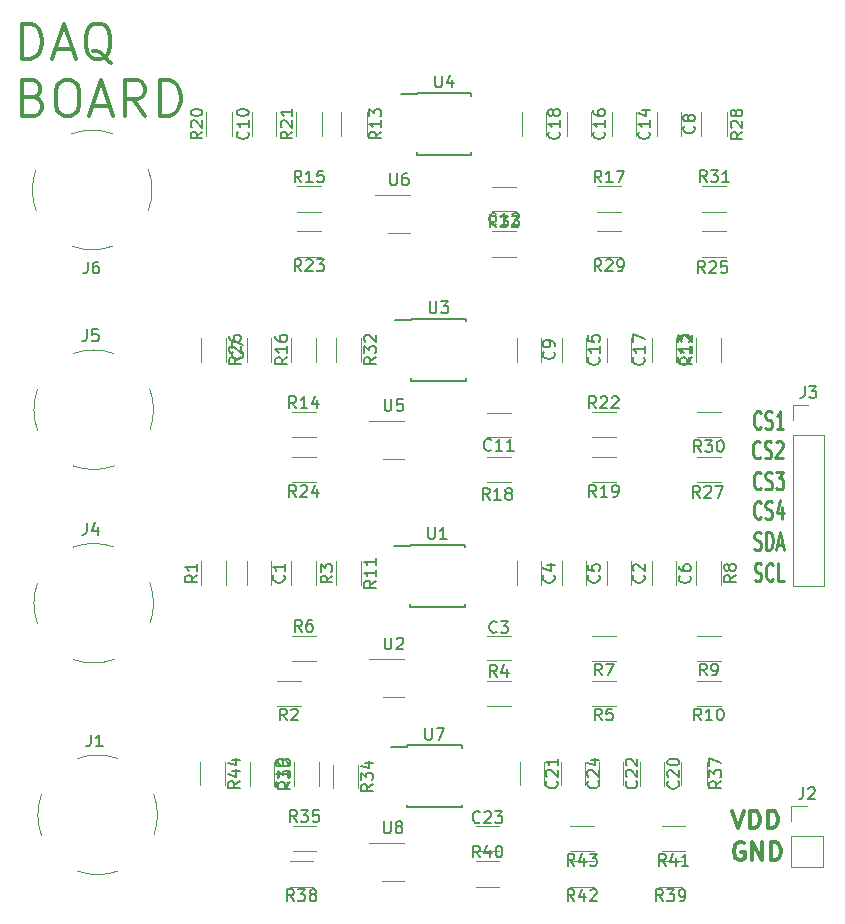
<source format=gbr>
G04 #@! TF.FileFunction,Legend,Top*
%FSLAX46Y46*%
G04 Gerber Fmt 4.6, Leading zero omitted, Abs format (unit mm)*
G04 Created by KiCad (PCBNEW 4.0.7) date 12/27/18 16:20:44*
%MOMM*%
%LPD*%
G01*
G04 APERTURE LIST*
%ADD10C,0.100000*%
%ADD11C,0.300000*%
%ADD12C,0.250000*%
%ADD13C,0.120000*%
%ADD14C,0.150000*%
G04 APERTURE END LIST*
D10*
D11*
X53990786Y-69759643D02*
X53990786Y-66759643D01*
X54705071Y-66759643D01*
X55133643Y-66902500D01*
X55419357Y-67188214D01*
X55562214Y-67473929D01*
X55705071Y-68045357D01*
X55705071Y-68473929D01*
X55562214Y-69045357D01*
X55419357Y-69331071D01*
X55133643Y-69616786D01*
X54705071Y-69759643D01*
X53990786Y-69759643D01*
X56847929Y-68902500D02*
X58276500Y-68902500D01*
X56562214Y-69759643D02*
X57562214Y-66759643D01*
X58562214Y-69759643D01*
X61562215Y-70045357D02*
X61276500Y-69902500D01*
X60990786Y-69616786D01*
X60562215Y-69188214D01*
X60276500Y-69045357D01*
X59990786Y-69045357D01*
X60133643Y-69759643D02*
X59847929Y-69616786D01*
X59562215Y-69331071D01*
X59419358Y-68759643D01*
X59419358Y-67759643D01*
X59562215Y-67188214D01*
X59847929Y-66902500D01*
X60133643Y-66759643D01*
X60705072Y-66759643D01*
X60990786Y-66902500D01*
X61276500Y-67188214D01*
X61419358Y-67759643D01*
X61419358Y-68759643D01*
X61276500Y-69331071D01*
X60990786Y-69616786D01*
X60705072Y-69759643D01*
X60133643Y-69759643D01*
X54990786Y-72988214D02*
X55419357Y-73131071D01*
X55562214Y-73273929D01*
X55705071Y-73559643D01*
X55705071Y-73988214D01*
X55562214Y-74273929D01*
X55419357Y-74416786D01*
X55133643Y-74559643D01*
X53990786Y-74559643D01*
X53990786Y-71559643D01*
X54990786Y-71559643D01*
X55276500Y-71702500D01*
X55419357Y-71845357D01*
X55562214Y-72131071D01*
X55562214Y-72416786D01*
X55419357Y-72702500D01*
X55276500Y-72845357D01*
X54990786Y-72988214D01*
X53990786Y-72988214D01*
X57562214Y-71559643D02*
X58133643Y-71559643D01*
X58419357Y-71702500D01*
X58705071Y-71988214D01*
X58847929Y-72559643D01*
X58847929Y-73559643D01*
X58705071Y-74131071D01*
X58419357Y-74416786D01*
X58133643Y-74559643D01*
X57562214Y-74559643D01*
X57276500Y-74416786D01*
X56990786Y-74131071D01*
X56847929Y-73559643D01*
X56847929Y-72559643D01*
X56990786Y-71988214D01*
X57276500Y-71702500D01*
X57562214Y-71559643D01*
X59990786Y-73702500D02*
X61419357Y-73702500D01*
X59705071Y-74559643D02*
X60705071Y-71559643D01*
X61705071Y-74559643D01*
X64419357Y-74559643D02*
X63419357Y-73131071D01*
X62705072Y-74559643D02*
X62705072Y-71559643D01*
X63847929Y-71559643D01*
X64133643Y-71702500D01*
X64276500Y-71845357D01*
X64419357Y-72131071D01*
X64419357Y-72559643D01*
X64276500Y-72845357D01*
X64133643Y-72988214D01*
X63847929Y-73131071D01*
X62705072Y-73131071D01*
X65705072Y-74559643D02*
X65705072Y-71559643D01*
X66419357Y-71559643D01*
X66847929Y-71702500D01*
X67133643Y-71988214D01*
X67276500Y-72273929D01*
X67419357Y-72845357D01*
X67419357Y-73273929D01*
X67276500Y-73845357D01*
X67133643Y-74131071D01*
X66847929Y-74416786D01*
X66419357Y-74559643D01*
X65705072Y-74559643D01*
D12*
X116017824Y-113865743D02*
X116160681Y-113937171D01*
X116398777Y-113937171D01*
X116494015Y-113865743D01*
X116541634Y-113794314D01*
X116589253Y-113651457D01*
X116589253Y-113508600D01*
X116541634Y-113365743D01*
X116494015Y-113294314D01*
X116398777Y-113222886D01*
X116208300Y-113151457D01*
X116113062Y-113080029D01*
X116065443Y-113008600D01*
X116017824Y-112865743D01*
X116017824Y-112722886D01*
X116065443Y-112580029D01*
X116113062Y-112508600D01*
X116208300Y-112437171D01*
X116446396Y-112437171D01*
X116589253Y-112508600D01*
X117589253Y-113794314D02*
X117541634Y-113865743D01*
X117398777Y-113937171D01*
X117303539Y-113937171D01*
X117160681Y-113865743D01*
X117065443Y-113722886D01*
X117017824Y-113580029D01*
X116970205Y-113294314D01*
X116970205Y-113080029D01*
X117017824Y-112794314D01*
X117065443Y-112651457D01*
X117160681Y-112508600D01*
X117303539Y-112437171D01*
X117398777Y-112437171D01*
X117541634Y-112508600D01*
X117589253Y-112580029D01*
X118494015Y-113937171D02*
X118017824Y-113937171D01*
X118017824Y-112437171D01*
X116006714Y-111211443D02*
X116149571Y-111282871D01*
X116387667Y-111282871D01*
X116482905Y-111211443D01*
X116530524Y-111140014D01*
X116578143Y-110997157D01*
X116578143Y-110854300D01*
X116530524Y-110711443D01*
X116482905Y-110640014D01*
X116387667Y-110568586D01*
X116197190Y-110497157D01*
X116101952Y-110425729D01*
X116054333Y-110354300D01*
X116006714Y-110211443D01*
X116006714Y-110068586D01*
X116054333Y-109925729D01*
X116101952Y-109854300D01*
X116197190Y-109782871D01*
X116435286Y-109782871D01*
X116578143Y-109854300D01*
X117006714Y-111282871D02*
X117006714Y-109782871D01*
X117244809Y-109782871D01*
X117387667Y-109854300D01*
X117482905Y-109997157D01*
X117530524Y-110140014D01*
X117578143Y-110425729D01*
X117578143Y-110640014D01*
X117530524Y-110925729D01*
X117482905Y-111068586D01*
X117387667Y-111211443D01*
X117244809Y-111282871D01*
X117006714Y-111282871D01*
X117959095Y-110854300D02*
X118435286Y-110854300D01*
X117863857Y-111282871D02*
X118197190Y-109782871D01*
X118530524Y-111282871D01*
X116565443Y-108523814D02*
X116517824Y-108595243D01*
X116374967Y-108666671D01*
X116279729Y-108666671D01*
X116136871Y-108595243D01*
X116041633Y-108452386D01*
X115994014Y-108309529D01*
X115946395Y-108023814D01*
X115946395Y-107809529D01*
X115994014Y-107523814D01*
X116041633Y-107380957D01*
X116136871Y-107238100D01*
X116279729Y-107166671D01*
X116374967Y-107166671D01*
X116517824Y-107238100D01*
X116565443Y-107309529D01*
X116946395Y-108595243D02*
X117089252Y-108666671D01*
X117327348Y-108666671D01*
X117422586Y-108595243D01*
X117470205Y-108523814D01*
X117517824Y-108380957D01*
X117517824Y-108238100D01*
X117470205Y-108095243D01*
X117422586Y-108023814D01*
X117327348Y-107952386D01*
X117136871Y-107880957D01*
X117041633Y-107809529D01*
X116994014Y-107738100D01*
X116946395Y-107595243D01*
X116946395Y-107452386D01*
X116994014Y-107309529D01*
X117041633Y-107238100D01*
X117136871Y-107166671D01*
X117374967Y-107166671D01*
X117517824Y-107238100D01*
X118374967Y-107666671D02*
X118374967Y-108666671D01*
X118136871Y-107095243D02*
X117898776Y-108166671D01*
X118517824Y-108166671D01*
X116552743Y-106047314D02*
X116505124Y-106118743D01*
X116362267Y-106190171D01*
X116267029Y-106190171D01*
X116124171Y-106118743D01*
X116028933Y-105975886D01*
X115981314Y-105833029D01*
X115933695Y-105547314D01*
X115933695Y-105333029D01*
X115981314Y-105047314D01*
X116028933Y-104904457D01*
X116124171Y-104761600D01*
X116267029Y-104690171D01*
X116362267Y-104690171D01*
X116505124Y-104761600D01*
X116552743Y-104833029D01*
X116933695Y-106118743D02*
X117076552Y-106190171D01*
X117314648Y-106190171D01*
X117409886Y-106118743D01*
X117457505Y-106047314D01*
X117505124Y-105904457D01*
X117505124Y-105761600D01*
X117457505Y-105618743D01*
X117409886Y-105547314D01*
X117314648Y-105475886D01*
X117124171Y-105404457D01*
X117028933Y-105333029D01*
X116981314Y-105261600D01*
X116933695Y-105118743D01*
X116933695Y-104975886D01*
X116981314Y-104833029D01*
X117028933Y-104761600D01*
X117124171Y-104690171D01*
X117362267Y-104690171D01*
X117505124Y-104761600D01*
X117838457Y-104690171D02*
X118457505Y-104690171D01*
X118124171Y-105261600D01*
X118267029Y-105261600D01*
X118362267Y-105333029D01*
X118409886Y-105404457D01*
X118457505Y-105547314D01*
X118457505Y-105904457D01*
X118409886Y-106047314D01*
X118362267Y-106118743D01*
X118267029Y-106190171D01*
X117981314Y-106190171D01*
X117886076Y-106118743D01*
X117838457Y-106047314D01*
X116501943Y-103418414D02*
X116454324Y-103489843D01*
X116311467Y-103561271D01*
X116216229Y-103561271D01*
X116073371Y-103489843D01*
X115978133Y-103346986D01*
X115930514Y-103204129D01*
X115882895Y-102918414D01*
X115882895Y-102704129D01*
X115930514Y-102418414D01*
X115978133Y-102275557D01*
X116073371Y-102132700D01*
X116216229Y-102061271D01*
X116311467Y-102061271D01*
X116454324Y-102132700D01*
X116501943Y-102204129D01*
X116882895Y-103489843D02*
X117025752Y-103561271D01*
X117263848Y-103561271D01*
X117359086Y-103489843D01*
X117406705Y-103418414D01*
X117454324Y-103275557D01*
X117454324Y-103132700D01*
X117406705Y-102989843D01*
X117359086Y-102918414D01*
X117263848Y-102846986D01*
X117073371Y-102775557D01*
X116978133Y-102704129D01*
X116930514Y-102632700D01*
X116882895Y-102489843D01*
X116882895Y-102346986D01*
X116930514Y-102204129D01*
X116978133Y-102132700D01*
X117073371Y-102061271D01*
X117311467Y-102061271D01*
X117454324Y-102132700D01*
X117835276Y-102204129D02*
X117882895Y-102132700D01*
X117978133Y-102061271D01*
X118216229Y-102061271D01*
X118311467Y-102132700D01*
X118359086Y-102204129D01*
X118406705Y-102346986D01*
X118406705Y-102489843D01*
X118359086Y-102704129D01*
X117787657Y-103561271D01*
X118406705Y-103561271D01*
X116552743Y-100916514D02*
X116505124Y-100987943D01*
X116362267Y-101059371D01*
X116267029Y-101059371D01*
X116124171Y-100987943D01*
X116028933Y-100845086D01*
X115981314Y-100702229D01*
X115933695Y-100416514D01*
X115933695Y-100202229D01*
X115981314Y-99916514D01*
X116028933Y-99773657D01*
X116124171Y-99630800D01*
X116267029Y-99559371D01*
X116362267Y-99559371D01*
X116505124Y-99630800D01*
X116552743Y-99702229D01*
X116933695Y-100987943D02*
X117076552Y-101059371D01*
X117314648Y-101059371D01*
X117409886Y-100987943D01*
X117457505Y-100916514D01*
X117505124Y-100773657D01*
X117505124Y-100630800D01*
X117457505Y-100487943D01*
X117409886Y-100416514D01*
X117314648Y-100345086D01*
X117124171Y-100273657D01*
X117028933Y-100202229D01*
X116981314Y-100130800D01*
X116933695Y-99987943D01*
X116933695Y-99845086D01*
X116981314Y-99702229D01*
X117028933Y-99630800D01*
X117124171Y-99559371D01*
X117362267Y-99559371D01*
X117505124Y-99630800D01*
X118457505Y-101059371D02*
X117886076Y-101059371D01*
X118171790Y-101059371D02*
X118171790Y-99559371D01*
X118076552Y-99773657D01*
X117981314Y-99916514D01*
X117886076Y-99987943D01*
D11*
X115112943Y-136143300D02*
X114970086Y-136071871D01*
X114755800Y-136071871D01*
X114541515Y-136143300D01*
X114398657Y-136286157D01*
X114327229Y-136429014D01*
X114255800Y-136714729D01*
X114255800Y-136929014D01*
X114327229Y-137214729D01*
X114398657Y-137357586D01*
X114541515Y-137500443D01*
X114755800Y-137571871D01*
X114898657Y-137571871D01*
X115112943Y-137500443D01*
X115184372Y-137429014D01*
X115184372Y-136929014D01*
X114898657Y-136929014D01*
X115827229Y-137571871D02*
X115827229Y-136071871D01*
X116684372Y-137571871D01*
X116684372Y-136071871D01*
X117398658Y-137571871D02*
X117398658Y-136071871D01*
X117755801Y-136071871D01*
X117970086Y-136143300D01*
X118112944Y-136286157D01*
X118184372Y-136429014D01*
X118255801Y-136714729D01*
X118255801Y-136929014D01*
X118184372Y-137214729D01*
X118112944Y-137357586D01*
X117970086Y-137500443D01*
X117755801Y-137571871D01*
X117398658Y-137571871D01*
X114141500Y-133379471D02*
X114641500Y-134879471D01*
X115141500Y-133379471D01*
X115641500Y-134879471D02*
X115641500Y-133379471D01*
X115998643Y-133379471D01*
X116212928Y-133450900D01*
X116355786Y-133593757D01*
X116427214Y-133736614D01*
X116498643Y-134022329D01*
X116498643Y-134236614D01*
X116427214Y-134522329D01*
X116355786Y-134665186D01*
X116212928Y-134808043D01*
X115998643Y-134879471D01*
X115641500Y-134879471D01*
X117141500Y-134879471D02*
X117141500Y-133379471D01*
X117498643Y-133379471D01*
X117712928Y-133450900D01*
X117855786Y-133593757D01*
X117927214Y-133736614D01*
X117998643Y-134022329D01*
X117998643Y-134236614D01*
X117927214Y-134522329D01*
X117855786Y-134665186D01*
X117712928Y-134808043D01*
X117498643Y-134879471D01*
X117141500Y-134879471D01*
D13*
X75061000Y-114284000D02*
X75061000Y-112284000D01*
X73021000Y-112284000D02*
X73021000Y-114284000D01*
X105541000Y-114284000D02*
X105541000Y-112284000D01*
X103501000Y-112284000D02*
X103501000Y-114284000D01*
X95361000Y-118614000D02*
X93361000Y-118614000D01*
X93361000Y-120654000D02*
X95361000Y-120654000D01*
X97921000Y-114284000D02*
X97921000Y-112284000D01*
X95881000Y-112284000D02*
X95881000Y-114284000D01*
X101731000Y-114284000D02*
X101731000Y-112284000D01*
X99691000Y-112284000D02*
X99691000Y-114284000D01*
X107311000Y-112284000D02*
X107311000Y-114284000D01*
X109351000Y-114284000D02*
X109351000Y-112284000D01*
X73021000Y-93361000D02*
X73021000Y-95361000D01*
X75061000Y-95361000D02*
X75061000Y-93361000D01*
X109795500Y-76247500D02*
X109795500Y-74247500D01*
X107755500Y-74247500D02*
X107755500Y-76247500D01*
X97921000Y-95361000D02*
X97921000Y-93361000D01*
X95881000Y-93361000D02*
X95881000Y-95361000D01*
X73465500Y-74247500D02*
X73465500Y-76247500D01*
X75505500Y-76247500D02*
X75505500Y-74247500D01*
X93361000Y-101731000D02*
X95361000Y-101731000D01*
X95361000Y-99691000D02*
X93361000Y-99691000D01*
X93805500Y-82617500D02*
X95805500Y-82617500D01*
X95805500Y-80577500D02*
X93805500Y-80577500D01*
X109351000Y-95361000D02*
X109351000Y-93361000D01*
X107311000Y-93361000D02*
X107311000Y-95361000D01*
X105985500Y-76247500D02*
X105985500Y-74247500D01*
X103945500Y-74247500D02*
X103945500Y-76247500D01*
X101731000Y-95361000D02*
X101731000Y-93361000D01*
X99691000Y-93361000D02*
X99691000Y-95361000D01*
X102175500Y-76247500D02*
X102175500Y-74247500D01*
X100135500Y-74247500D02*
X100135500Y-76247500D01*
X105541000Y-95361000D02*
X105541000Y-93361000D01*
X103501000Y-93361000D02*
X103501000Y-95361000D01*
X98365500Y-76247500D02*
X98365500Y-74247500D01*
X96325500Y-74247500D02*
X96325500Y-76247500D01*
X75315000Y-131302000D02*
X75315000Y-129302000D01*
X73275000Y-129302000D02*
X73275000Y-131302000D01*
X106295000Y-129302000D02*
X106295000Y-131302000D01*
X108335000Y-131302000D02*
X108335000Y-129302000D01*
X98175000Y-131242000D02*
X98175000Y-129242000D01*
X96135000Y-129242000D02*
X96135000Y-131242000D01*
X104925000Y-131242000D02*
X104925000Y-129242000D01*
X102885000Y-129242000D02*
X102885000Y-131242000D01*
X94405000Y-134722000D02*
X92405000Y-134722000D01*
X92405000Y-136762000D02*
X94405000Y-136762000D01*
X101675000Y-131242000D02*
X101675000Y-129242000D01*
X99635000Y-129242000D02*
X99635000Y-131242000D01*
X55641411Y-132029337D02*
G75*
G03X55655000Y-135492000I4763589J-1712663D01*
G01*
X58692337Y-138505589D02*
G75*
G03X62155000Y-138492000I1712663J4763589D01*
G01*
X65168589Y-135454663D02*
G75*
G03X65155000Y-131992000I-4763589J1712663D01*
G01*
X62117663Y-128978411D02*
G75*
G03X58655000Y-128992000I-1712663J-4763589D01*
G01*
X55307411Y-114111337D02*
G75*
G03X55321000Y-117574000I4763589J-1712663D01*
G01*
X58358337Y-120587589D02*
G75*
G03X61821000Y-120574000I1712663J4763589D01*
G01*
X64834589Y-117536663D02*
G75*
G03X64821000Y-114074000I-4763589J1712663D01*
G01*
X61783663Y-111060411D02*
G75*
G03X58321000Y-111074000I-1712663J-4763589D01*
G01*
X55307411Y-97728337D02*
G75*
G03X55321000Y-101191000I4763589J-1712663D01*
G01*
X58358337Y-104204589D02*
G75*
G03X61821000Y-104191000I1712663J4763589D01*
G01*
X64834589Y-101153663D02*
G75*
G03X64821000Y-97691000I-4763589J1712663D01*
G01*
X61783663Y-94677411D02*
G75*
G03X58321000Y-94691000I-1712663J-4763589D01*
G01*
X55180411Y-79122837D02*
G75*
G03X55194000Y-82585500I4763589J-1712663D01*
G01*
X58231337Y-85599089D02*
G75*
G03X61694000Y-85585500I1712663J4763589D01*
G01*
X64707589Y-82548163D02*
G75*
G03X64694000Y-79085500I-4763589J1712663D01*
G01*
X61656663Y-76071911D02*
G75*
G03X58194000Y-76085500I-1712663J-4763589D01*
G01*
X71301000Y-112284000D02*
X71301000Y-114284000D01*
X69161000Y-114284000D02*
X69161000Y-112284000D01*
X75581000Y-122374000D02*
X77581000Y-122374000D01*
X77581000Y-124514000D02*
X75581000Y-124514000D01*
X78921000Y-112284000D02*
X78921000Y-114284000D01*
X76781000Y-114284000D02*
X76781000Y-112284000D01*
X95361000Y-124514000D02*
X93361000Y-124514000D01*
X93361000Y-122374000D02*
X95361000Y-122374000D01*
X102251000Y-122374000D02*
X104251000Y-122374000D01*
X104251000Y-124514000D02*
X102251000Y-124514000D01*
X78851000Y-120704000D02*
X76851000Y-120704000D01*
X76851000Y-118564000D02*
X78851000Y-118564000D01*
X102251000Y-118564000D02*
X104251000Y-118564000D01*
X104251000Y-120704000D02*
X102251000Y-120704000D01*
X111071000Y-114284000D02*
X111071000Y-112284000D01*
X113211000Y-112284000D02*
X113211000Y-114284000D01*
X111141000Y-118564000D02*
X113141000Y-118564000D01*
X113141000Y-120704000D02*
X111141000Y-120704000D01*
X111141000Y-122374000D02*
X113141000Y-122374000D01*
X113141000Y-124514000D02*
X111141000Y-124514000D01*
X80591000Y-114284000D02*
X80591000Y-112284000D01*
X82731000Y-112284000D02*
X82731000Y-114284000D01*
X113211000Y-93361000D02*
X113211000Y-95361000D01*
X111071000Y-95361000D02*
X111071000Y-93361000D01*
X81035500Y-76247500D02*
X81035500Y-74247500D01*
X83175500Y-74247500D02*
X83175500Y-76247500D01*
X78851000Y-101781000D02*
X76851000Y-101781000D01*
X76851000Y-99641000D02*
X78851000Y-99641000D01*
X79295500Y-82667500D02*
X77295500Y-82667500D01*
X77295500Y-80527500D02*
X79295500Y-80527500D01*
X78921000Y-93361000D02*
X78921000Y-95361000D01*
X76781000Y-95361000D02*
X76781000Y-93361000D01*
X104695500Y-82667500D02*
X102695500Y-82667500D01*
X102695500Y-80527500D02*
X104695500Y-80527500D01*
X95361000Y-105591000D02*
X93361000Y-105591000D01*
X93361000Y-103451000D02*
X95361000Y-103451000D01*
X102251000Y-103451000D02*
X104251000Y-103451000D01*
X104251000Y-105591000D02*
X102251000Y-105591000D01*
X71745500Y-74247500D02*
X71745500Y-76247500D01*
X69605500Y-76247500D02*
X69605500Y-74247500D01*
X79365500Y-74247500D02*
X79365500Y-76247500D01*
X77225500Y-76247500D02*
X77225500Y-74247500D01*
X104251000Y-101781000D02*
X102251000Y-101781000D01*
X102251000Y-99641000D02*
X104251000Y-99641000D01*
X77295500Y-84337500D02*
X79295500Y-84337500D01*
X79295500Y-86477500D02*
X77295500Y-86477500D01*
X76851000Y-103451000D02*
X78851000Y-103451000D01*
X78851000Y-105591000D02*
X76851000Y-105591000D01*
X113585500Y-86477500D02*
X111585500Y-86477500D01*
X111585500Y-84337500D02*
X113585500Y-84337500D01*
X69161000Y-95361000D02*
X69161000Y-93361000D01*
X71301000Y-93361000D02*
X71301000Y-95361000D01*
X113141000Y-105591000D02*
X111141000Y-105591000D01*
X111141000Y-103451000D02*
X113141000Y-103451000D01*
X113655500Y-74247500D02*
X113655500Y-76247500D01*
X111515500Y-76247500D02*
X111515500Y-74247500D01*
X102695500Y-84337500D02*
X104695500Y-84337500D01*
X104695500Y-86477500D02*
X102695500Y-86477500D01*
X111141000Y-99641000D02*
X113141000Y-99641000D01*
X113141000Y-101781000D02*
X111141000Y-101781000D01*
X111585500Y-80527500D02*
X113585500Y-80527500D01*
X113585500Y-82667500D02*
X111585500Y-82667500D01*
X80591000Y-95361000D02*
X80591000Y-93361000D01*
X82731000Y-93361000D02*
X82731000Y-95361000D01*
X95805500Y-86477500D02*
X93805500Y-86477500D01*
X93805500Y-84337500D02*
X95805500Y-84337500D01*
X80335000Y-131492000D02*
X80335000Y-129492000D01*
X82475000Y-129492000D02*
X82475000Y-131492000D01*
X78905000Y-136812000D02*
X76905000Y-136812000D01*
X76905000Y-134672000D02*
X78905000Y-134672000D01*
X79175000Y-129302000D02*
X79175000Y-131302000D01*
X77035000Y-131302000D02*
X77035000Y-129302000D01*
X109835000Y-131242000D02*
X109835000Y-129242000D01*
X111975000Y-129242000D02*
X111975000Y-131242000D01*
X76655000Y-137672000D02*
X78655000Y-137672000D01*
X78655000Y-139812000D02*
X76655000Y-139812000D01*
X107905000Y-137672000D02*
X109905000Y-137672000D01*
X109905000Y-139812000D02*
X107905000Y-139812000D01*
X94405000Y-139812000D02*
X92405000Y-139812000D01*
X92405000Y-137672000D02*
X94405000Y-137672000D01*
X108155000Y-134672000D02*
X110155000Y-134672000D01*
X110155000Y-136812000D02*
X108155000Y-136812000D01*
X100405000Y-137672000D02*
X102405000Y-137672000D01*
X102405000Y-139812000D02*
X100405000Y-139812000D01*
X100405000Y-134672000D02*
X102405000Y-134672000D01*
X102405000Y-136812000D02*
X100405000Y-136812000D01*
X69085000Y-131242000D02*
X69085000Y-129242000D01*
X71225000Y-129242000D02*
X71225000Y-131242000D01*
D14*
X86826000Y-110859000D02*
X86826000Y-110984000D01*
X91476000Y-110859000D02*
X91476000Y-111084000D01*
X91476000Y-116109000D02*
X91476000Y-115884000D01*
X86826000Y-116109000D02*
X86826000Y-115884000D01*
X86826000Y-110859000D02*
X91476000Y-110859000D01*
X86826000Y-116109000D02*
X91476000Y-116109000D01*
X86826000Y-110984000D02*
X85476000Y-110984000D01*
D13*
X84571000Y-123784000D02*
X86371000Y-123784000D01*
X86371000Y-120564000D02*
X83421000Y-120564000D01*
D14*
X86956000Y-91736000D02*
X86956000Y-91861000D01*
X91606000Y-91736000D02*
X91606000Y-91961000D01*
X91606000Y-96986000D02*
X91606000Y-96761000D01*
X86956000Y-96986000D02*
X86956000Y-96761000D01*
X86956000Y-91736000D02*
X91606000Y-91736000D01*
X86956000Y-96986000D02*
X91606000Y-96986000D01*
X86956000Y-91861000D02*
X85606000Y-91861000D01*
X87400500Y-72622500D02*
X87400500Y-72747500D01*
X92050500Y-72622500D02*
X92050500Y-72847500D01*
X92050500Y-77872500D02*
X92050500Y-77647500D01*
X87400500Y-77872500D02*
X87400500Y-77647500D01*
X87400500Y-72622500D02*
X92050500Y-72622500D01*
X87400500Y-77872500D02*
X92050500Y-77872500D01*
X87400500Y-72747500D02*
X86050500Y-72747500D01*
D13*
X84571000Y-103591000D02*
X86371000Y-103591000D01*
X86371000Y-100371000D02*
X83421000Y-100371000D01*
X85015500Y-84477500D02*
X86815500Y-84477500D01*
X86815500Y-81257500D02*
X83865500Y-81257500D01*
D14*
X86580000Y-127867000D02*
X86580000Y-127992000D01*
X91230000Y-127867000D02*
X91230000Y-128092000D01*
X91230000Y-133117000D02*
X91230000Y-132892000D01*
X86580000Y-133117000D02*
X86580000Y-132892000D01*
X86580000Y-127867000D02*
X91230000Y-127867000D01*
X86580000Y-133117000D02*
X91230000Y-133117000D01*
X86580000Y-127992000D02*
X85230000Y-127992000D01*
D13*
X84505000Y-139352000D02*
X86305000Y-139352000D01*
X86305000Y-136132000D02*
X83355000Y-136132000D01*
X119256500Y-114360000D02*
X121916500Y-114360000D01*
X119256500Y-101600000D02*
X119256500Y-114360000D01*
X121916500Y-101600000D02*
X121916500Y-114360000D01*
X119256500Y-101600000D02*
X121916500Y-101600000D01*
X119256500Y-100330000D02*
X119256500Y-99000000D01*
X119256500Y-99000000D02*
X120586500Y-99000000D01*
X119129500Y-138172500D02*
X121789500Y-138172500D01*
X119129500Y-135572500D02*
X119129500Y-138172500D01*
X121789500Y-135572500D02*
X121789500Y-138172500D01*
X119129500Y-135572500D02*
X121789500Y-135572500D01*
X119129500Y-134302500D02*
X119129500Y-132972500D01*
X119129500Y-132972500D02*
X120459500Y-132972500D01*
D14*
X76148143Y-113450666D02*
X76195762Y-113498285D01*
X76243381Y-113641142D01*
X76243381Y-113736380D01*
X76195762Y-113879238D01*
X76100524Y-113974476D01*
X76005286Y-114022095D01*
X75814810Y-114069714D01*
X75671952Y-114069714D01*
X75481476Y-114022095D01*
X75386238Y-113974476D01*
X75291000Y-113879238D01*
X75243381Y-113736380D01*
X75243381Y-113641142D01*
X75291000Y-113498285D01*
X75338619Y-113450666D01*
X76243381Y-112498285D02*
X76243381Y-113069714D01*
X76243381Y-112784000D02*
X75243381Y-112784000D01*
X75386238Y-112879238D01*
X75481476Y-112974476D01*
X75529095Y-113069714D01*
X106628143Y-113450666D02*
X106675762Y-113498285D01*
X106723381Y-113641142D01*
X106723381Y-113736380D01*
X106675762Y-113879238D01*
X106580524Y-113974476D01*
X106485286Y-114022095D01*
X106294810Y-114069714D01*
X106151952Y-114069714D01*
X105961476Y-114022095D01*
X105866238Y-113974476D01*
X105771000Y-113879238D01*
X105723381Y-113736380D01*
X105723381Y-113641142D01*
X105771000Y-113498285D01*
X105818619Y-113450666D01*
X105818619Y-113069714D02*
X105771000Y-113022095D01*
X105723381Y-112926857D01*
X105723381Y-112688761D01*
X105771000Y-112593523D01*
X105818619Y-112545904D01*
X105913857Y-112498285D01*
X106009095Y-112498285D01*
X106151952Y-112545904D01*
X106723381Y-113117333D01*
X106723381Y-112498285D01*
X94194334Y-118241143D02*
X94146715Y-118288762D01*
X94003858Y-118336381D01*
X93908620Y-118336381D01*
X93765762Y-118288762D01*
X93670524Y-118193524D01*
X93622905Y-118098286D01*
X93575286Y-117907810D01*
X93575286Y-117764952D01*
X93622905Y-117574476D01*
X93670524Y-117479238D01*
X93765762Y-117384000D01*
X93908620Y-117336381D01*
X94003858Y-117336381D01*
X94146715Y-117384000D01*
X94194334Y-117431619D01*
X94527667Y-117336381D02*
X95146715Y-117336381D01*
X94813381Y-117717333D01*
X94956239Y-117717333D01*
X95051477Y-117764952D01*
X95099096Y-117812571D01*
X95146715Y-117907810D01*
X95146715Y-118145905D01*
X95099096Y-118241143D01*
X95051477Y-118288762D01*
X94956239Y-118336381D01*
X94670524Y-118336381D01*
X94575286Y-118288762D01*
X94527667Y-118241143D01*
X99008143Y-113450666D02*
X99055762Y-113498285D01*
X99103381Y-113641142D01*
X99103381Y-113736380D01*
X99055762Y-113879238D01*
X98960524Y-113974476D01*
X98865286Y-114022095D01*
X98674810Y-114069714D01*
X98531952Y-114069714D01*
X98341476Y-114022095D01*
X98246238Y-113974476D01*
X98151000Y-113879238D01*
X98103381Y-113736380D01*
X98103381Y-113641142D01*
X98151000Y-113498285D01*
X98198619Y-113450666D01*
X98436714Y-112593523D02*
X99103381Y-112593523D01*
X98055762Y-112831619D02*
X98770048Y-113069714D01*
X98770048Y-112450666D01*
X102818143Y-113450666D02*
X102865762Y-113498285D01*
X102913381Y-113641142D01*
X102913381Y-113736380D01*
X102865762Y-113879238D01*
X102770524Y-113974476D01*
X102675286Y-114022095D01*
X102484810Y-114069714D01*
X102341952Y-114069714D01*
X102151476Y-114022095D01*
X102056238Y-113974476D01*
X101961000Y-113879238D01*
X101913381Y-113736380D01*
X101913381Y-113641142D01*
X101961000Y-113498285D01*
X102008619Y-113450666D01*
X101913381Y-112545904D02*
X101913381Y-113022095D01*
X102389571Y-113069714D01*
X102341952Y-113022095D01*
X102294333Y-112926857D01*
X102294333Y-112688761D01*
X102341952Y-112593523D01*
X102389571Y-112545904D01*
X102484810Y-112498285D01*
X102722905Y-112498285D01*
X102818143Y-112545904D01*
X102865762Y-112593523D01*
X102913381Y-112688761D01*
X102913381Y-112926857D01*
X102865762Y-113022095D01*
X102818143Y-113069714D01*
X110516943Y-113488766D02*
X110564562Y-113536385D01*
X110612181Y-113679242D01*
X110612181Y-113774480D01*
X110564562Y-113917338D01*
X110469324Y-114012576D01*
X110374086Y-114060195D01*
X110183610Y-114107814D01*
X110040752Y-114107814D01*
X109850276Y-114060195D01*
X109755038Y-114012576D01*
X109659800Y-113917338D01*
X109612181Y-113774480D01*
X109612181Y-113679242D01*
X109659800Y-113536385D01*
X109707419Y-113488766D01*
X109612181Y-112631623D02*
X109612181Y-112822100D01*
X109659800Y-112917338D01*
X109707419Y-112964957D01*
X109850276Y-113060195D01*
X110040752Y-113107814D01*
X110421705Y-113107814D01*
X110516943Y-113060195D01*
X110564562Y-113012576D01*
X110612181Y-112917338D01*
X110612181Y-112726861D01*
X110564562Y-112631623D01*
X110516943Y-112584004D01*
X110421705Y-112536385D01*
X110183610Y-112536385D01*
X110088371Y-112584004D01*
X110040752Y-112631623D01*
X109993133Y-112726861D01*
X109993133Y-112917338D01*
X110040752Y-113012576D01*
X110088371Y-113060195D01*
X110183610Y-113107814D01*
X72648143Y-94527666D02*
X72695762Y-94575285D01*
X72743381Y-94718142D01*
X72743381Y-94813380D01*
X72695762Y-94956238D01*
X72600524Y-95051476D01*
X72505286Y-95099095D01*
X72314810Y-95146714D01*
X72171952Y-95146714D01*
X71981476Y-95099095D01*
X71886238Y-95051476D01*
X71791000Y-94956238D01*
X71743381Y-94813380D01*
X71743381Y-94718142D01*
X71791000Y-94575285D01*
X71838619Y-94527666D01*
X71743381Y-94194333D02*
X71743381Y-93527666D01*
X72743381Y-93956238D01*
X110882643Y-75414166D02*
X110930262Y-75461785D01*
X110977881Y-75604642D01*
X110977881Y-75699880D01*
X110930262Y-75842738D01*
X110835024Y-75937976D01*
X110739786Y-75985595D01*
X110549310Y-76033214D01*
X110406452Y-76033214D01*
X110215976Y-75985595D01*
X110120738Y-75937976D01*
X110025500Y-75842738D01*
X109977881Y-75699880D01*
X109977881Y-75604642D01*
X110025500Y-75461785D01*
X110073119Y-75414166D01*
X110406452Y-74842738D02*
X110358833Y-74937976D01*
X110311214Y-74985595D01*
X110215976Y-75033214D01*
X110168357Y-75033214D01*
X110073119Y-74985595D01*
X110025500Y-74937976D01*
X109977881Y-74842738D01*
X109977881Y-74652261D01*
X110025500Y-74557023D01*
X110073119Y-74509404D01*
X110168357Y-74461785D01*
X110215976Y-74461785D01*
X110311214Y-74509404D01*
X110358833Y-74557023D01*
X110406452Y-74652261D01*
X110406452Y-74842738D01*
X110454071Y-74937976D01*
X110501690Y-74985595D01*
X110596929Y-75033214D01*
X110787405Y-75033214D01*
X110882643Y-74985595D01*
X110930262Y-74937976D01*
X110977881Y-74842738D01*
X110977881Y-74652261D01*
X110930262Y-74557023D01*
X110882643Y-74509404D01*
X110787405Y-74461785D01*
X110596929Y-74461785D01*
X110501690Y-74509404D01*
X110454071Y-74557023D01*
X110406452Y-74652261D01*
X99008143Y-94527666D02*
X99055762Y-94575285D01*
X99103381Y-94718142D01*
X99103381Y-94813380D01*
X99055762Y-94956238D01*
X98960524Y-95051476D01*
X98865286Y-95099095D01*
X98674810Y-95146714D01*
X98531952Y-95146714D01*
X98341476Y-95099095D01*
X98246238Y-95051476D01*
X98151000Y-94956238D01*
X98103381Y-94813380D01*
X98103381Y-94718142D01*
X98151000Y-94575285D01*
X98198619Y-94527666D01*
X99103381Y-94051476D02*
X99103381Y-93861000D01*
X99055762Y-93765761D01*
X99008143Y-93718142D01*
X98865286Y-93622904D01*
X98674810Y-93575285D01*
X98293857Y-93575285D01*
X98198619Y-93622904D01*
X98151000Y-93670523D01*
X98103381Y-93765761D01*
X98103381Y-93956238D01*
X98151000Y-94051476D01*
X98198619Y-94099095D01*
X98293857Y-94146714D01*
X98531952Y-94146714D01*
X98627190Y-94099095D01*
X98674810Y-94051476D01*
X98722429Y-93956238D01*
X98722429Y-93765761D01*
X98674810Y-93670523D01*
X98627190Y-93622904D01*
X98531952Y-93575285D01*
X73092643Y-75890357D02*
X73140262Y-75937976D01*
X73187881Y-76080833D01*
X73187881Y-76176071D01*
X73140262Y-76318929D01*
X73045024Y-76414167D01*
X72949786Y-76461786D01*
X72759310Y-76509405D01*
X72616452Y-76509405D01*
X72425976Y-76461786D01*
X72330738Y-76414167D01*
X72235500Y-76318929D01*
X72187881Y-76176071D01*
X72187881Y-76080833D01*
X72235500Y-75937976D01*
X72283119Y-75890357D01*
X73187881Y-74937976D02*
X73187881Y-75509405D01*
X73187881Y-75223691D02*
X72187881Y-75223691D01*
X72330738Y-75318929D01*
X72425976Y-75414167D01*
X72473595Y-75509405D01*
X72187881Y-74318929D02*
X72187881Y-74223690D01*
X72235500Y-74128452D01*
X72283119Y-74080833D01*
X72378357Y-74033214D01*
X72568833Y-73985595D01*
X72806929Y-73985595D01*
X72997405Y-74033214D01*
X73092643Y-74080833D01*
X73140262Y-74128452D01*
X73187881Y-74223690D01*
X73187881Y-74318929D01*
X73140262Y-74414167D01*
X73092643Y-74461786D01*
X72997405Y-74509405D01*
X72806929Y-74557024D01*
X72568833Y-74557024D01*
X72378357Y-74509405D01*
X72283119Y-74461786D01*
X72235500Y-74414167D01*
X72187881Y-74318929D01*
X93718143Y-102818143D02*
X93670524Y-102865762D01*
X93527667Y-102913381D01*
X93432429Y-102913381D01*
X93289571Y-102865762D01*
X93194333Y-102770524D01*
X93146714Y-102675286D01*
X93099095Y-102484810D01*
X93099095Y-102341952D01*
X93146714Y-102151476D01*
X93194333Y-102056238D01*
X93289571Y-101961000D01*
X93432429Y-101913381D01*
X93527667Y-101913381D01*
X93670524Y-101961000D01*
X93718143Y-102008619D01*
X94670524Y-102913381D02*
X94099095Y-102913381D01*
X94384809Y-102913381D02*
X94384809Y-101913381D01*
X94289571Y-102056238D01*
X94194333Y-102151476D01*
X94099095Y-102199095D01*
X95622905Y-102913381D02*
X95051476Y-102913381D01*
X95337190Y-102913381D02*
X95337190Y-101913381D01*
X95241952Y-102056238D01*
X95146714Y-102151476D01*
X95051476Y-102199095D01*
X94162643Y-83704643D02*
X94115024Y-83752262D01*
X93972167Y-83799881D01*
X93876929Y-83799881D01*
X93734071Y-83752262D01*
X93638833Y-83657024D01*
X93591214Y-83561786D01*
X93543595Y-83371310D01*
X93543595Y-83228452D01*
X93591214Y-83037976D01*
X93638833Y-82942738D01*
X93734071Y-82847500D01*
X93876929Y-82799881D01*
X93972167Y-82799881D01*
X94115024Y-82847500D01*
X94162643Y-82895119D01*
X95115024Y-83799881D02*
X94543595Y-83799881D01*
X94829309Y-83799881D02*
X94829309Y-82799881D01*
X94734071Y-82942738D01*
X94638833Y-83037976D01*
X94543595Y-83085595D01*
X95495976Y-82895119D02*
X95543595Y-82847500D01*
X95638833Y-82799881D01*
X95876929Y-82799881D01*
X95972167Y-82847500D01*
X96019786Y-82895119D01*
X96067405Y-82990357D01*
X96067405Y-83085595D01*
X96019786Y-83228452D01*
X95448357Y-83799881D01*
X96067405Y-83799881D01*
X110438143Y-95003857D02*
X110485762Y-95051476D01*
X110533381Y-95194333D01*
X110533381Y-95289571D01*
X110485762Y-95432429D01*
X110390524Y-95527667D01*
X110295286Y-95575286D01*
X110104810Y-95622905D01*
X109961952Y-95622905D01*
X109771476Y-95575286D01*
X109676238Y-95527667D01*
X109581000Y-95432429D01*
X109533381Y-95289571D01*
X109533381Y-95194333D01*
X109581000Y-95051476D01*
X109628619Y-95003857D01*
X110533381Y-94051476D02*
X110533381Y-94622905D01*
X110533381Y-94337191D02*
X109533381Y-94337191D01*
X109676238Y-94432429D01*
X109771476Y-94527667D01*
X109819095Y-94622905D01*
X109533381Y-93718143D02*
X109533381Y-93099095D01*
X109914333Y-93432429D01*
X109914333Y-93289571D01*
X109961952Y-93194333D01*
X110009571Y-93146714D01*
X110104810Y-93099095D01*
X110342905Y-93099095D01*
X110438143Y-93146714D01*
X110485762Y-93194333D01*
X110533381Y-93289571D01*
X110533381Y-93575286D01*
X110485762Y-93670524D01*
X110438143Y-93718143D01*
X107072643Y-75890357D02*
X107120262Y-75937976D01*
X107167881Y-76080833D01*
X107167881Y-76176071D01*
X107120262Y-76318929D01*
X107025024Y-76414167D01*
X106929786Y-76461786D01*
X106739310Y-76509405D01*
X106596452Y-76509405D01*
X106405976Y-76461786D01*
X106310738Y-76414167D01*
X106215500Y-76318929D01*
X106167881Y-76176071D01*
X106167881Y-76080833D01*
X106215500Y-75937976D01*
X106263119Y-75890357D01*
X107167881Y-74937976D02*
X107167881Y-75509405D01*
X107167881Y-75223691D02*
X106167881Y-75223691D01*
X106310738Y-75318929D01*
X106405976Y-75414167D01*
X106453595Y-75509405D01*
X106501214Y-74080833D02*
X107167881Y-74080833D01*
X106120262Y-74318929D02*
X106834548Y-74557024D01*
X106834548Y-73937976D01*
X102818143Y-95003857D02*
X102865762Y-95051476D01*
X102913381Y-95194333D01*
X102913381Y-95289571D01*
X102865762Y-95432429D01*
X102770524Y-95527667D01*
X102675286Y-95575286D01*
X102484810Y-95622905D01*
X102341952Y-95622905D01*
X102151476Y-95575286D01*
X102056238Y-95527667D01*
X101961000Y-95432429D01*
X101913381Y-95289571D01*
X101913381Y-95194333D01*
X101961000Y-95051476D01*
X102008619Y-95003857D01*
X102913381Y-94051476D02*
X102913381Y-94622905D01*
X102913381Y-94337191D02*
X101913381Y-94337191D01*
X102056238Y-94432429D01*
X102151476Y-94527667D01*
X102199095Y-94622905D01*
X101913381Y-93146714D02*
X101913381Y-93622905D01*
X102389571Y-93670524D01*
X102341952Y-93622905D01*
X102294333Y-93527667D01*
X102294333Y-93289571D01*
X102341952Y-93194333D01*
X102389571Y-93146714D01*
X102484810Y-93099095D01*
X102722905Y-93099095D01*
X102818143Y-93146714D01*
X102865762Y-93194333D01*
X102913381Y-93289571D01*
X102913381Y-93527667D01*
X102865762Y-93622905D01*
X102818143Y-93670524D01*
X103262643Y-75890357D02*
X103310262Y-75937976D01*
X103357881Y-76080833D01*
X103357881Y-76176071D01*
X103310262Y-76318929D01*
X103215024Y-76414167D01*
X103119786Y-76461786D01*
X102929310Y-76509405D01*
X102786452Y-76509405D01*
X102595976Y-76461786D01*
X102500738Y-76414167D01*
X102405500Y-76318929D01*
X102357881Y-76176071D01*
X102357881Y-76080833D01*
X102405500Y-75937976D01*
X102453119Y-75890357D01*
X103357881Y-74937976D02*
X103357881Y-75509405D01*
X103357881Y-75223691D02*
X102357881Y-75223691D01*
X102500738Y-75318929D01*
X102595976Y-75414167D01*
X102643595Y-75509405D01*
X102357881Y-74080833D02*
X102357881Y-74271310D01*
X102405500Y-74366548D01*
X102453119Y-74414167D01*
X102595976Y-74509405D01*
X102786452Y-74557024D01*
X103167405Y-74557024D01*
X103262643Y-74509405D01*
X103310262Y-74461786D01*
X103357881Y-74366548D01*
X103357881Y-74176071D01*
X103310262Y-74080833D01*
X103262643Y-74033214D01*
X103167405Y-73985595D01*
X102929310Y-73985595D01*
X102834071Y-74033214D01*
X102786452Y-74080833D01*
X102738833Y-74176071D01*
X102738833Y-74366548D01*
X102786452Y-74461786D01*
X102834071Y-74509405D01*
X102929310Y-74557024D01*
X106628143Y-95003857D02*
X106675762Y-95051476D01*
X106723381Y-95194333D01*
X106723381Y-95289571D01*
X106675762Y-95432429D01*
X106580524Y-95527667D01*
X106485286Y-95575286D01*
X106294810Y-95622905D01*
X106151952Y-95622905D01*
X105961476Y-95575286D01*
X105866238Y-95527667D01*
X105771000Y-95432429D01*
X105723381Y-95289571D01*
X105723381Y-95194333D01*
X105771000Y-95051476D01*
X105818619Y-95003857D01*
X106723381Y-94051476D02*
X106723381Y-94622905D01*
X106723381Y-94337191D02*
X105723381Y-94337191D01*
X105866238Y-94432429D01*
X105961476Y-94527667D01*
X106009095Y-94622905D01*
X105723381Y-93718143D02*
X105723381Y-93051476D01*
X106723381Y-93480048D01*
X99452643Y-75890357D02*
X99500262Y-75937976D01*
X99547881Y-76080833D01*
X99547881Y-76176071D01*
X99500262Y-76318929D01*
X99405024Y-76414167D01*
X99309786Y-76461786D01*
X99119310Y-76509405D01*
X98976452Y-76509405D01*
X98785976Y-76461786D01*
X98690738Y-76414167D01*
X98595500Y-76318929D01*
X98547881Y-76176071D01*
X98547881Y-76080833D01*
X98595500Y-75937976D01*
X98643119Y-75890357D01*
X99547881Y-74937976D02*
X99547881Y-75509405D01*
X99547881Y-75223691D02*
X98547881Y-75223691D01*
X98690738Y-75318929D01*
X98785976Y-75414167D01*
X98833595Y-75509405D01*
X98976452Y-74366548D02*
X98928833Y-74461786D01*
X98881214Y-74509405D01*
X98785976Y-74557024D01*
X98738357Y-74557024D01*
X98643119Y-74509405D01*
X98595500Y-74461786D01*
X98547881Y-74366548D01*
X98547881Y-74176071D01*
X98595500Y-74080833D01*
X98643119Y-74033214D01*
X98738357Y-73985595D01*
X98785976Y-73985595D01*
X98881214Y-74033214D01*
X98928833Y-74080833D01*
X98976452Y-74176071D01*
X98976452Y-74366548D01*
X99024071Y-74461786D01*
X99071690Y-74509405D01*
X99166929Y-74557024D01*
X99357405Y-74557024D01*
X99452643Y-74509405D01*
X99500262Y-74461786D01*
X99547881Y-74366548D01*
X99547881Y-74176071D01*
X99500262Y-74080833D01*
X99452643Y-74033214D01*
X99357405Y-73985595D01*
X99166929Y-73985595D01*
X99071690Y-74033214D01*
X99024071Y-74080833D01*
X98976452Y-74176071D01*
X76402143Y-130944857D02*
X76449762Y-130992476D01*
X76497381Y-131135333D01*
X76497381Y-131230571D01*
X76449762Y-131373429D01*
X76354524Y-131468667D01*
X76259286Y-131516286D01*
X76068810Y-131563905D01*
X75925952Y-131563905D01*
X75735476Y-131516286D01*
X75640238Y-131468667D01*
X75545000Y-131373429D01*
X75497381Y-131230571D01*
X75497381Y-131135333D01*
X75545000Y-130992476D01*
X75592619Y-130944857D01*
X76497381Y-129992476D02*
X76497381Y-130563905D01*
X76497381Y-130278191D02*
X75497381Y-130278191D01*
X75640238Y-130373429D01*
X75735476Y-130468667D01*
X75783095Y-130563905D01*
X76497381Y-129516286D02*
X76497381Y-129325810D01*
X76449762Y-129230571D01*
X76402143Y-129182952D01*
X76259286Y-129087714D01*
X76068810Y-129040095D01*
X75687857Y-129040095D01*
X75592619Y-129087714D01*
X75545000Y-129135333D01*
X75497381Y-129230571D01*
X75497381Y-129421048D01*
X75545000Y-129516286D01*
X75592619Y-129563905D01*
X75687857Y-129611524D01*
X75925952Y-129611524D01*
X76021190Y-129563905D01*
X76068810Y-129516286D01*
X76116429Y-129421048D01*
X76116429Y-129230571D01*
X76068810Y-129135333D01*
X76021190Y-129087714D01*
X75925952Y-129040095D01*
X109539043Y-130894057D02*
X109586662Y-130941676D01*
X109634281Y-131084533D01*
X109634281Y-131179771D01*
X109586662Y-131322629D01*
X109491424Y-131417867D01*
X109396186Y-131465486D01*
X109205710Y-131513105D01*
X109062852Y-131513105D01*
X108872376Y-131465486D01*
X108777138Y-131417867D01*
X108681900Y-131322629D01*
X108634281Y-131179771D01*
X108634281Y-131084533D01*
X108681900Y-130941676D01*
X108729519Y-130894057D01*
X108729519Y-130513105D02*
X108681900Y-130465486D01*
X108634281Y-130370248D01*
X108634281Y-130132152D01*
X108681900Y-130036914D01*
X108729519Y-129989295D01*
X108824757Y-129941676D01*
X108919995Y-129941676D01*
X109062852Y-129989295D01*
X109634281Y-130560724D01*
X109634281Y-129941676D01*
X108634281Y-129322629D02*
X108634281Y-129227390D01*
X108681900Y-129132152D01*
X108729519Y-129084533D01*
X108824757Y-129036914D01*
X109015233Y-128989295D01*
X109253329Y-128989295D01*
X109443805Y-129036914D01*
X109539043Y-129084533D01*
X109586662Y-129132152D01*
X109634281Y-129227390D01*
X109634281Y-129322629D01*
X109586662Y-129417867D01*
X109539043Y-129465486D01*
X109443805Y-129513105D01*
X109253329Y-129560724D01*
X109015233Y-129560724D01*
X108824757Y-129513105D01*
X108729519Y-129465486D01*
X108681900Y-129417867D01*
X108634281Y-129322629D01*
X99262143Y-130884857D02*
X99309762Y-130932476D01*
X99357381Y-131075333D01*
X99357381Y-131170571D01*
X99309762Y-131313429D01*
X99214524Y-131408667D01*
X99119286Y-131456286D01*
X98928810Y-131503905D01*
X98785952Y-131503905D01*
X98595476Y-131456286D01*
X98500238Y-131408667D01*
X98405000Y-131313429D01*
X98357381Y-131170571D01*
X98357381Y-131075333D01*
X98405000Y-130932476D01*
X98452619Y-130884857D01*
X98452619Y-130503905D02*
X98405000Y-130456286D01*
X98357381Y-130361048D01*
X98357381Y-130122952D01*
X98405000Y-130027714D01*
X98452619Y-129980095D01*
X98547857Y-129932476D01*
X98643095Y-129932476D01*
X98785952Y-129980095D01*
X99357381Y-130551524D01*
X99357381Y-129932476D01*
X99357381Y-128980095D02*
X99357381Y-129551524D01*
X99357381Y-129265810D02*
X98357381Y-129265810D01*
X98500238Y-129361048D01*
X98595476Y-129456286D01*
X98643095Y-129551524D01*
X106012143Y-130884857D02*
X106059762Y-130932476D01*
X106107381Y-131075333D01*
X106107381Y-131170571D01*
X106059762Y-131313429D01*
X105964524Y-131408667D01*
X105869286Y-131456286D01*
X105678810Y-131503905D01*
X105535952Y-131503905D01*
X105345476Y-131456286D01*
X105250238Y-131408667D01*
X105155000Y-131313429D01*
X105107381Y-131170571D01*
X105107381Y-131075333D01*
X105155000Y-130932476D01*
X105202619Y-130884857D01*
X105202619Y-130503905D02*
X105155000Y-130456286D01*
X105107381Y-130361048D01*
X105107381Y-130122952D01*
X105155000Y-130027714D01*
X105202619Y-129980095D01*
X105297857Y-129932476D01*
X105393095Y-129932476D01*
X105535952Y-129980095D01*
X106107381Y-130551524D01*
X106107381Y-129932476D01*
X105202619Y-129551524D02*
X105155000Y-129503905D01*
X105107381Y-129408667D01*
X105107381Y-129170571D01*
X105155000Y-129075333D01*
X105202619Y-129027714D01*
X105297857Y-128980095D01*
X105393095Y-128980095D01*
X105535952Y-129027714D01*
X106107381Y-129599143D01*
X106107381Y-128980095D01*
X92762143Y-134349143D02*
X92714524Y-134396762D01*
X92571667Y-134444381D01*
X92476429Y-134444381D01*
X92333571Y-134396762D01*
X92238333Y-134301524D01*
X92190714Y-134206286D01*
X92143095Y-134015810D01*
X92143095Y-133872952D01*
X92190714Y-133682476D01*
X92238333Y-133587238D01*
X92333571Y-133492000D01*
X92476429Y-133444381D01*
X92571667Y-133444381D01*
X92714524Y-133492000D01*
X92762143Y-133539619D01*
X93143095Y-133539619D02*
X93190714Y-133492000D01*
X93285952Y-133444381D01*
X93524048Y-133444381D01*
X93619286Y-133492000D01*
X93666905Y-133539619D01*
X93714524Y-133634857D01*
X93714524Y-133730095D01*
X93666905Y-133872952D01*
X93095476Y-134444381D01*
X93714524Y-134444381D01*
X94047857Y-133444381D02*
X94666905Y-133444381D01*
X94333571Y-133825333D01*
X94476429Y-133825333D01*
X94571667Y-133872952D01*
X94619286Y-133920571D01*
X94666905Y-134015810D01*
X94666905Y-134253905D01*
X94619286Y-134349143D01*
X94571667Y-134396762D01*
X94476429Y-134444381D01*
X94190714Y-134444381D01*
X94095476Y-134396762D01*
X94047857Y-134349143D01*
X102762143Y-130884857D02*
X102809762Y-130932476D01*
X102857381Y-131075333D01*
X102857381Y-131170571D01*
X102809762Y-131313429D01*
X102714524Y-131408667D01*
X102619286Y-131456286D01*
X102428810Y-131503905D01*
X102285952Y-131503905D01*
X102095476Y-131456286D01*
X102000238Y-131408667D01*
X101905000Y-131313429D01*
X101857381Y-131170571D01*
X101857381Y-131075333D01*
X101905000Y-130932476D01*
X101952619Y-130884857D01*
X101952619Y-130503905D02*
X101905000Y-130456286D01*
X101857381Y-130361048D01*
X101857381Y-130122952D01*
X101905000Y-130027714D01*
X101952619Y-129980095D01*
X102047857Y-129932476D01*
X102143095Y-129932476D01*
X102285952Y-129980095D01*
X102857381Y-130551524D01*
X102857381Y-129932476D01*
X102190714Y-129075333D02*
X102857381Y-129075333D01*
X101809762Y-129313429D02*
X102524048Y-129551524D01*
X102524048Y-128932476D01*
X59821667Y-126944381D02*
X59821667Y-127658667D01*
X59774047Y-127801524D01*
X59678809Y-127896762D01*
X59535952Y-127944381D01*
X59440714Y-127944381D01*
X60821667Y-127944381D02*
X60250238Y-127944381D01*
X60535952Y-127944381D02*
X60535952Y-126944381D01*
X60440714Y-127087238D01*
X60345476Y-127182476D01*
X60250238Y-127230095D01*
X59487667Y-109026381D02*
X59487667Y-109740667D01*
X59440047Y-109883524D01*
X59344809Y-109978762D01*
X59201952Y-110026381D01*
X59106714Y-110026381D01*
X60392429Y-109359714D02*
X60392429Y-110026381D01*
X60154333Y-108978762D02*
X59916238Y-109693048D01*
X60535286Y-109693048D01*
X59487667Y-92643381D02*
X59487667Y-93357667D01*
X59440047Y-93500524D01*
X59344809Y-93595762D01*
X59201952Y-93643381D01*
X59106714Y-93643381D01*
X60440048Y-92643381D02*
X59963857Y-92643381D01*
X59916238Y-93119571D01*
X59963857Y-93071952D01*
X60059095Y-93024333D01*
X60297191Y-93024333D01*
X60392429Y-93071952D01*
X60440048Y-93119571D01*
X60487667Y-93214810D01*
X60487667Y-93452905D01*
X60440048Y-93548143D01*
X60392429Y-93595762D01*
X60297191Y-93643381D01*
X60059095Y-93643381D01*
X59963857Y-93595762D01*
X59916238Y-93548143D01*
X59559867Y-86891881D02*
X59559867Y-87606167D01*
X59512247Y-87749024D01*
X59417009Y-87844262D01*
X59274152Y-87891881D01*
X59178914Y-87891881D01*
X60464629Y-86891881D02*
X60274152Y-86891881D01*
X60178914Y-86939500D01*
X60131295Y-86987119D01*
X60036057Y-87129976D01*
X59988438Y-87320452D01*
X59988438Y-87701405D01*
X60036057Y-87796643D01*
X60083676Y-87844262D01*
X60178914Y-87891881D01*
X60369391Y-87891881D01*
X60464629Y-87844262D01*
X60512248Y-87796643D01*
X60559867Y-87701405D01*
X60559867Y-87463310D01*
X60512248Y-87368071D01*
X60464629Y-87320452D01*
X60369391Y-87272833D01*
X60178914Y-87272833D01*
X60083676Y-87320452D01*
X60036057Y-87368071D01*
X59988438Y-87463310D01*
X68833381Y-113450666D02*
X68357190Y-113784000D01*
X68833381Y-114022095D02*
X67833381Y-114022095D01*
X67833381Y-113641142D01*
X67881000Y-113545904D01*
X67928619Y-113498285D01*
X68023857Y-113450666D01*
X68166714Y-113450666D01*
X68261952Y-113498285D01*
X68309571Y-113545904D01*
X68357190Y-113641142D01*
X68357190Y-114022095D01*
X68833381Y-112498285D02*
X68833381Y-113069714D01*
X68833381Y-112784000D02*
X67833381Y-112784000D01*
X67976238Y-112879238D01*
X68071476Y-112974476D01*
X68119095Y-113069714D01*
X76414334Y-125746381D02*
X76081000Y-125270190D01*
X75842905Y-125746381D02*
X75842905Y-124746381D01*
X76223858Y-124746381D01*
X76319096Y-124794000D01*
X76366715Y-124841619D01*
X76414334Y-124936857D01*
X76414334Y-125079714D01*
X76366715Y-125174952D01*
X76319096Y-125222571D01*
X76223858Y-125270190D01*
X75842905Y-125270190D01*
X76795286Y-124841619D02*
X76842905Y-124794000D01*
X76938143Y-124746381D01*
X77176239Y-124746381D01*
X77271477Y-124794000D01*
X77319096Y-124841619D01*
X77366715Y-124936857D01*
X77366715Y-125032095D01*
X77319096Y-125174952D01*
X76747667Y-125746381D01*
X77366715Y-125746381D01*
X80284581Y-113488766D02*
X79808390Y-113822100D01*
X80284581Y-114060195D02*
X79284581Y-114060195D01*
X79284581Y-113679242D01*
X79332200Y-113584004D01*
X79379819Y-113536385D01*
X79475057Y-113488766D01*
X79617914Y-113488766D01*
X79713152Y-113536385D01*
X79760771Y-113584004D01*
X79808390Y-113679242D01*
X79808390Y-114060195D01*
X79284581Y-113155433D02*
X79284581Y-112536385D01*
X79665533Y-112869719D01*
X79665533Y-112726861D01*
X79713152Y-112631623D01*
X79760771Y-112584004D01*
X79856010Y-112536385D01*
X80094105Y-112536385D01*
X80189343Y-112584004D01*
X80236962Y-112631623D01*
X80284581Y-112726861D01*
X80284581Y-113012576D01*
X80236962Y-113107814D01*
X80189343Y-113155433D01*
X94194334Y-122046381D02*
X93861000Y-121570190D01*
X93622905Y-122046381D02*
X93622905Y-121046381D01*
X94003858Y-121046381D01*
X94099096Y-121094000D01*
X94146715Y-121141619D01*
X94194334Y-121236857D01*
X94194334Y-121379714D01*
X94146715Y-121474952D01*
X94099096Y-121522571D01*
X94003858Y-121570190D01*
X93622905Y-121570190D01*
X95051477Y-121379714D02*
X95051477Y-122046381D01*
X94813381Y-120998762D02*
X94575286Y-121713048D01*
X95194334Y-121713048D01*
X103084334Y-125746381D02*
X102751000Y-125270190D01*
X102512905Y-125746381D02*
X102512905Y-124746381D01*
X102893858Y-124746381D01*
X102989096Y-124794000D01*
X103036715Y-124841619D01*
X103084334Y-124936857D01*
X103084334Y-125079714D01*
X103036715Y-125174952D01*
X102989096Y-125222571D01*
X102893858Y-125270190D01*
X102512905Y-125270190D01*
X103989096Y-124746381D02*
X103512905Y-124746381D01*
X103465286Y-125222571D01*
X103512905Y-125174952D01*
X103608143Y-125127333D01*
X103846239Y-125127333D01*
X103941477Y-125174952D01*
X103989096Y-125222571D01*
X104036715Y-125317810D01*
X104036715Y-125555905D01*
X103989096Y-125651143D01*
X103941477Y-125698762D01*
X103846239Y-125746381D01*
X103608143Y-125746381D01*
X103512905Y-125698762D01*
X103465286Y-125651143D01*
X77684334Y-118236381D02*
X77351000Y-117760190D01*
X77112905Y-118236381D02*
X77112905Y-117236381D01*
X77493858Y-117236381D01*
X77589096Y-117284000D01*
X77636715Y-117331619D01*
X77684334Y-117426857D01*
X77684334Y-117569714D01*
X77636715Y-117664952D01*
X77589096Y-117712571D01*
X77493858Y-117760190D01*
X77112905Y-117760190D01*
X78541477Y-117236381D02*
X78351000Y-117236381D01*
X78255762Y-117284000D01*
X78208143Y-117331619D01*
X78112905Y-117474476D01*
X78065286Y-117664952D01*
X78065286Y-118045905D01*
X78112905Y-118141143D01*
X78160524Y-118188762D01*
X78255762Y-118236381D01*
X78446239Y-118236381D01*
X78541477Y-118188762D01*
X78589096Y-118141143D01*
X78636715Y-118045905D01*
X78636715Y-117807810D01*
X78589096Y-117712571D01*
X78541477Y-117664952D01*
X78446239Y-117617333D01*
X78255762Y-117617333D01*
X78160524Y-117664952D01*
X78112905Y-117712571D01*
X78065286Y-117807810D01*
X103084334Y-121936381D02*
X102751000Y-121460190D01*
X102512905Y-121936381D02*
X102512905Y-120936381D01*
X102893858Y-120936381D01*
X102989096Y-120984000D01*
X103036715Y-121031619D01*
X103084334Y-121126857D01*
X103084334Y-121269714D01*
X103036715Y-121364952D01*
X102989096Y-121412571D01*
X102893858Y-121460190D01*
X102512905Y-121460190D01*
X103417667Y-120936381D02*
X104084334Y-120936381D01*
X103655762Y-121936381D01*
X114443381Y-113450666D02*
X113967190Y-113784000D01*
X114443381Y-114022095D02*
X113443381Y-114022095D01*
X113443381Y-113641142D01*
X113491000Y-113545904D01*
X113538619Y-113498285D01*
X113633857Y-113450666D01*
X113776714Y-113450666D01*
X113871952Y-113498285D01*
X113919571Y-113545904D01*
X113967190Y-113641142D01*
X113967190Y-114022095D01*
X113871952Y-112879238D02*
X113824333Y-112974476D01*
X113776714Y-113022095D01*
X113681476Y-113069714D01*
X113633857Y-113069714D01*
X113538619Y-113022095D01*
X113491000Y-112974476D01*
X113443381Y-112879238D01*
X113443381Y-112688761D01*
X113491000Y-112593523D01*
X113538619Y-112545904D01*
X113633857Y-112498285D01*
X113681476Y-112498285D01*
X113776714Y-112545904D01*
X113824333Y-112593523D01*
X113871952Y-112688761D01*
X113871952Y-112879238D01*
X113919571Y-112974476D01*
X113967190Y-113022095D01*
X114062429Y-113069714D01*
X114252905Y-113069714D01*
X114348143Y-113022095D01*
X114395762Y-112974476D01*
X114443381Y-112879238D01*
X114443381Y-112688761D01*
X114395762Y-112593523D01*
X114348143Y-112545904D01*
X114252905Y-112498285D01*
X114062429Y-112498285D01*
X113967190Y-112545904D01*
X113919571Y-112593523D01*
X113871952Y-112688761D01*
X111974334Y-121936381D02*
X111641000Y-121460190D01*
X111402905Y-121936381D02*
X111402905Y-120936381D01*
X111783858Y-120936381D01*
X111879096Y-120984000D01*
X111926715Y-121031619D01*
X111974334Y-121126857D01*
X111974334Y-121269714D01*
X111926715Y-121364952D01*
X111879096Y-121412571D01*
X111783858Y-121460190D01*
X111402905Y-121460190D01*
X112450524Y-121936381D02*
X112641000Y-121936381D01*
X112736239Y-121888762D01*
X112783858Y-121841143D01*
X112879096Y-121698286D01*
X112926715Y-121507810D01*
X112926715Y-121126857D01*
X112879096Y-121031619D01*
X112831477Y-120984000D01*
X112736239Y-120936381D01*
X112545762Y-120936381D01*
X112450524Y-120984000D01*
X112402905Y-121031619D01*
X112355286Y-121126857D01*
X112355286Y-121364952D01*
X112402905Y-121460190D01*
X112450524Y-121507810D01*
X112545762Y-121555429D01*
X112736239Y-121555429D01*
X112831477Y-121507810D01*
X112879096Y-121460190D01*
X112926715Y-121364952D01*
X111498143Y-125746381D02*
X111164809Y-125270190D01*
X110926714Y-125746381D02*
X110926714Y-124746381D01*
X111307667Y-124746381D01*
X111402905Y-124794000D01*
X111450524Y-124841619D01*
X111498143Y-124936857D01*
X111498143Y-125079714D01*
X111450524Y-125174952D01*
X111402905Y-125222571D01*
X111307667Y-125270190D01*
X110926714Y-125270190D01*
X112450524Y-125746381D02*
X111879095Y-125746381D01*
X112164809Y-125746381D02*
X112164809Y-124746381D01*
X112069571Y-124889238D01*
X111974333Y-124984476D01*
X111879095Y-125032095D01*
X113069571Y-124746381D02*
X113164810Y-124746381D01*
X113260048Y-124794000D01*
X113307667Y-124841619D01*
X113355286Y-124936857D01*
X113402905Y-125127333D01*
X113402905Y-125365429D01*
X113355286Y-125555905D01*
X113307667Y-125651143D01*
X113260048Y-125698762D01*
X113164810Y-125746381D01*
X113069571Y-125746381D01*
X112974333Y-125698762D01*
X112926714Y-125651143D01*
X112879095Y-125555905D01*
X112831476Y-125365429D01*
X112831476Y-125127333D01*
X112879095Y-124936857D01*
X112926714Y-124841619D01*
X112974333Y-124794000D01*
X113069571Y-124746381D01*
X83963381Y-113926857D02*
X83487190Y-114260191D01*
X83963381Y-114498286D02*
X82963381Y-114498286D01*
X82963381Y-114117333D01*
X83011000Y-114022095D01*
X83058619Y-113974476D01*
X83153857Y-113926857D01*
X83296714Y-113926857D01*
X83391952Y-113974476D01*
X83439571Y-114022095D01*
X83487190Y-114117333D01*
X83487190Y-114498286D01*
X83963381Y-112974476D02*
X83963381Y-113545905D01*
X83963381Y-113260191D02*
X82963381Y-113260191D01*
X83106238Y-113355429D01*
X83201476Y-113450667D01*
X83249095Y-113545905D01*
X83963381Y-112022095D02*
X83963381Y-112593524D01*
X83963381Y-112307810D02*
X82963381Y-112307810D01*
X83106238Y-112403048D01*
X83201476Y-112498286D01*
X83249095Y-112593524D01*
X110743381Y-95003857D02*
X110267190Y-95337191D01*
X110743381Y-95575286D02*
X109743381Y-95575286D01*
X109743381Y-95194333D01*
X109791000Y-95099095D01*
X109838619Y-95051476D01*
X109933857Y-95003857D01*
X110076714Y-95003857D01*
X110171952Y-95051476D01*
X110219571Y-95099095D01*
X110267190Y-95194333D01*
X110267190Y-95575286D01*
X110743381Y-94051476D02*
X110743381Y-94622905D01*
X110743381Y-94337191D02*
X109743381Y-94337191D01*
X109886238Y-94432429D01*
X109981476Y-94527667D01*
X110029095Y-94622905D01*
X109838619Y-93670524D02*
X109791000Y-93622905D01*
X109743381Y-93527667D01*
X109743381Y-93289571D01*
X109791000Y-93194333D01*
X109838619Y-93146714D01*
X109933857Y-93099095D01*
X110029095Y-93099095D01*
X110171952Y-93146714D01*
X110743381Y-93718143D01*
X110743381Y-93099095D01*
X84407881Y-75890357D02*
X83931690Y-76223691D01*
X84407881Y-76461786D02*
X83407881Y-76461786D01*
X83407881Y-76080833D01*
X83455500Y-75985595D01*
X83503119Y-75937976D01*
X83598357Y-75890357D01*
X83741214Y-75890357D01*
X83836452Y-75937976D01*
X83884071Y-75985595D01*
X83931690Y-76080833D01*
X83931690Y-76461786D01*
X84407881Y-74937976D02*
X84407881Y-75509405D01*
X84407881Y-75223691D02*
X83407881Y-75223691D01*
X83550738Y-75318929D01*
X83645976Y-75414167D01*
X83693595Y-75509405D01*
X83407881Y-74604643D02*
X83407881Y-73985595D01*
X83788833Y-74318929D01*
X83788833Y-74176071D01*
X83836452Y-74080833D01*
X83884071Y-74033214D01*
X83979310Y-73985595D01*
X84217405Y-73985595D01*
X84312643Y-74033214D01*
X84360262Y-74080833D01*
X84407881Y-74176071D01*
X84407881Y-74461786D01*
X84360262Y-74557024D01*
X84312643Y-74604643D01*
X77208143Y-99313381D02*
X76874809Y-98837190D01*
X76636714Y-99313381D02*
X76636714Y-98313381D01*
X77017667Y-98313381D01*
X77112905Y-98361000D01*
X77160524Y-98408619D01*
X77208143Y-98503857D01*
X77208143Y-98646714D01*
X77160524Y-98741952D01*
X77112905Y-98789571D01*
X77017667Y-98837190D01*
X76636714Y-98837190D01*
X78160524Y-99313381D02*
X77589095Y-99313381D01*
X77874809Y-99313381D02*
X77874809Y-98313381D01*
X77779571Y-98456238D01*
X77684333Y-98551476D01*
X77589095Y-98599095D01*
X79017667Y-98646714D02*
X79017667Y-99313381D01*
X78779571Y-98265762D02*
X78541476Y-98980048D01*
X79160524Y-98980048D01*
X77652643Y-80199881D02*
X77319309Y-79723690D01*
X77081214Y-80199881D02*
X77081214Y-79199881D01*
X77462167Y-79199881D01*
X77557405Y-79247500D01*
X77605024Y-79295119D01*
X77652643Y-79390357D01*
X77652643Y-79533214D01*
X77605024Y-79628452D01*
X77557405Y-79676071D01*
X77462167Y-79723690D01*
X77081214Y-79723690D01*
X78605024Y-80199881D02*
X78033595Y-80199881D01*
X78319309Y-80199881D02*
X78319309Y-79199881D01*
X78224071Y-79342738D01*
X78128833Y-79437976D01*
X78033595Y-79485595D01*
X79509786Y-79199881D02*
X79033595Y-79199881D01*
X78985976Y-79676071D01*
X79033595Y-79628452D01*
X79128833Y-79580833D01*
X79366929Y-79580833D01*
X79462167Y-79628452D01*
X79509786Y-79676071D01*
X79557405Y-79771310D01*
X79557405Y-80009405D01*
X79509786Y-80104643D01*
X79462167Y-80152262D01*
X79366929Y-80199881D01*
X79128833Y-80199881D01*
X79033595Y-80152262D01*
X78985976Y-80104643D01*
X76453381Y-95003857D02*
X75977190Y-95337191D01*
X76453381Y-95575286D02*
X75453381Y-95575286D01*
X75453381Y-95194333D01*
X75501000Y-95099095D01*
X75548619Y-95051476D01*
X75643857Y-95003857D01*
X75786714Y-95003857D01*
X75881952Y-95051476D01*
X75929571Y-95099095D01*
X75977190Y-95194333D01*
X75977190Y-95575286D01*
X76453381Y-94051476D02*
X76453381Y-94622905D01*
X76453381Y-94337191D02*
X75453381Y-94337191D01*
X75596238Y-94432429D01*
X75691476Y-94527667D01*
X75739095Y-94622905D01*
X75453381Y-93194333D02*
X75453381Y-93384810D01*
X75501000Y-93480048D01*
X75548619Y-93527667D01*
X75691476Y-93622905D01*
X75881952Y-93670524D01*
X76262905Y-93670524D01*
X76358143Y-93622905D01*
X76405762Y-93575286D01*
X76453381Y-93480048D01*
X76453381Y-93289571D01*
X76405762Y-93194333D01*
X76358143Y-93146714D01*
X76262905Y-93099095D01*
X76024810Y-93099095D01*
X75929571Y-93146714D01*
X75881952Y-93194333D01*
X75834333Y-93289571D01*
X75834333Y-93480048D01*
X75881952Y-93575286D01*
X75929571Y-93622905D01*
X76024810Y-93670524D01*
X103052643Y-80199881D02*
X102719309Y-79723690D01*
X102481214Y-80199881D02*
X102481214Y-79199881D01*
X102862167Y-79199881D01*
X102957405Y-79247500D01*
X103005024Y-79295119D01*
X103052643Y-79390357D01*
X103052643Y-79533214D01*
X103005024Y-79628452D01*
X102957405Y-79676071D01*
X102862167Y-79723690D01*
X102481214Y-79723690D01*
X104005024Y-80199881D02*
X103433595Y-80199881D01*
X103719309Y-80199881D02*
X103719309Y-79199881D01*
X103624071Y-79342738D01*
X103528833Y-79437976D01*
X103433595Y-79485595D01*
X104338357Y-79199881D02*
X105005024Y-79199881D01*
X104576452Y-80199881D01*
X93591143Y-107068881D02*
X93257809Y-106592690D01*
X93019714Y-107068881D02*
X93019714Y-106068881D01*
X93400667Y-106068881D01*
X93495905Y-106116500D01*
X93543524Y-106164119D01*
X93591143Y-106259357D01*
X93591143Y-106402214D01*
X93543524Y-106497452D01*
X93495905Y-106545071D01*
X93400667Y-106592690D01*
X93019714Y-106592690D01*
X94543524Y-107068881D02*
X93972095Y-107068881D01*
X94257809Y-107068881D02*
X94257809Y-106068881D01*
X94162571Y-106211738D01*
X94067333Y-106306976D01*
X93972095Y-106354595D01*
X95114952Y-106497452D02*
X95019714Y-106449833D01*
X94972095Y-106402214D01*
X94924476Y-106306976D01*
X94924476Y-106259357D01*
X94972095Y-106164119D01*
X95019714Y-106116500D01*
X95114952Y-106068881D01*
X95305429Y-106068881D01*
X95400667Y-106116500D01*
X95448286Y-106164119D01*
X95495905Y-106259357D01*
X95495905Y-106306976D01*
X95448286Y-106402214D01*
X95400667Y-106449833D01*
X95305429Y-106497452D01*
X95114952Y-106497452D01*
X95019714Y-106545071D01*
X94972095Y-106592690D01*
X94924476Y-106687929D01*
X94924476Y-106878405D01*
X94972095Y-106973643D01*
X95019714Y-107021262D01*
X95114952Y-107068881D01*
X95305429Y-107068881D01*
X95400667Y-107021262D01*
X95448286Y-106973643D01*
X95495905Y-106878405D01*
X95495905Y-106687929D01*
X95448286Y-106592690D01*
X95400667Y-106545071D01*
X95305429Y-106497452D01*
X102608143Y-106823381D02*
X102274809Y-106347190D01*
X102036714Y-106823381D02*
X102036714Y-105823381D01*
X102417667Y-105823381D01*
X102512905Y-105871000D01*
X102560524Y-105918619D01*
X102608143Y-106013857D01*
X102608143Y-106156714D01*
X102560524Y-106251952D01*
X102512905Y-106299571D01*
X102417667Y-106347190D01*
X102036714Y-106347190D01*
X103560524Y-106823381D02*
X102989095Y-106823381D01*
X103274809Y-106823381D02*
X103274809Y-105823381D01*
X103179571Y-105966238D01*
X103084333Y-106061476D01*
X102989095Y-106109095D01*
X104036714Y-106823381D02*
X104227190Y-106823381D01*
X104322429Y-106775762D01*
X104370048Y-106728143D01*
X104465286Y-106585286D01*
X104512905Y-106394810D01*
X104512905Y-106013857D01*
X104465286Y-105918619D01*
X104417667Y-105871000D01*
X104322429Y-105823381D01*
X104131952Y-105823381D01*
X104036714Y-105871000D01*
X103989095Y-105918619D01*
X103941476Y-106013857D01*
X103941476Y-106251952D01*
X103989095Y-106347190D01*
X104036714Y-106394810D01*
X104131952Y-106442429D01*
X104322429Y-106442429D01*
X104417667Y-106394810D01*
X104465286Y-106347190D01*
X104512905Y-106251952D01*
X69277881Y-75890357D02*
X68801690Y-76223691D01*
X69277881Y-76461786D02*
X68277881Y-76461786D01*
X68277881Y-76080833D01*
X68325500Y-75985595D01*
X68373119Y-75937976D01*
X68468357Y-75890357D01*
X68611214Y-75890357D01*
X68706452Y-75937976D01*
X68754071Y-75985595D01*
X68801690Y-76080833D01*
X68801690Y-76461786D01*
X68373119Y-75509405D02*
X68325500Y-75461786D01*
X68277881Y-75366548D01*
X68277881Y-75128452D01*
X68325500Y-75033214D01*
X68373119Y-74985595D01*
X68468357Y-74937976D01*
X68563595Y-74937976D01*
X68706452Y-74985595D01*
X69277881Y-75557024D01*
X69277881Y-74937976D01*
X68277881Y-74318929D02*
X68277881Y-74223690D01*
X68325500Y-74128452D01*
X68373119Y-74080833D01*
X68468357Y-74033214D01*
X68658833Y-73985595D01*
X68896929Y-73985595D01*
X69087405Y-74033214D01*
X69182643Y-74080833D01*
X69230262Y-74128452D01*
X69277881Y-74223690D01*
X69277881Y-74318929D01*
X69230262Y-74414167D01*
X69182643Y-74461786D01*
X69087405Y-74509405D01*
X68896929Y-74557024D01*
X68658833Y-74557024D01*
X68468357Y-74509405D01*
X68373119Y-74461786D01*
X68325500Y-74414167D01*
X68277881Y-74318929D01*
X76897881Y-75890357D02*
X76421690Y-76223691D01*
X76897881Y-76461786D02*
X75897881Y-76461786D01*
X75897881Y-76080833D01*
X75945500Y-75985595D01*
X75993119Y-75937976D01*
X76088357Y-75890357D01*
X76231214Y-75890357D01*
X76326452Y-75937976D01*
X76374071Y-75985595D01*
X76421690Y-76080833D01*
X76421690Y-76461786D01*
X75993119Y-75509405D02*
X75945500Y-75461786D01*
X75897881Y-75366548D01*
X75897881Y-75128452D01*
X75945500Y-75033214D01*
X75993119Y-74985595D01*
X76088357Y-74937976D01*
X76183595Y-74937976D01*
X76326452Y-74985595D01*
X76897881Y-75557024D01*
X76897881Y-74937976D01*
X76897881Y-73985595D02*
X76897881Y-74557024D01*
X76897881Y-74271310D02*
X75897881Y-74271310D01*
X76040738Y-74366548D01*
X76135976Y-74461786D01*
X76183595Y-74557024D01*
X102608143Y-99313381D02*
X102274809Y-98837190D01*
X102036714Y-99313381D02*
X102036714Y-98313381D01*
X102417667Y-98313381D01*
X102512905Y-98361000D01*
X102560524Y-98408619D01*
X102608143Y-98503857D01*
X102608143Y-98646714D01*
X102560524Y-98741952D01*
X102512905Y-98789571D01*
X102417667Y-98837190D01*
X102036714Y-98837190D01*
X102989095Y-98408619D02*
X103036714Y-98361000D01*
X103131952Y-98313381D01*
X103370048Y-98313381D01*
X103465286Y-98361000D01*
X103512905Y-98408619D01*
X103560524Y-98503857D01*
X103560524Y-98599095D01*
X103512905Y-98741952D01*
X102941476Y-99313381D01*
X103560524Y-99313381D01*
X103941476Y-98408619D02*
X103989095Y-98361000D01*
X104084333Y-98313381D01*
X104322429Y-98313381D01*
X104417667Y-98361000D01*
X104465286Y-98408619D01*
X104512905Y-98503857D01*
X104512905Y-98599095D01*
X104465286Y-98741952D01*
X103893857Y-99313381D01*
X104512905Y-99313381D01*
X77652643Y-87709881D02*
X77319309Y-87233690D01*
X77081214Y-87709881D02*
X77081214Y-86709881D01*
X77462167Y-86709881D01*
X77557405Y-86757500D01*
X77605024Y-86805119D01*
X77652643Y-86900357D01*
X77652643Y-87043214D01*
X77605024Y-87138452D01*
X77557405Y-87186071D01*
X77462167Y-87233690D01*
X77081214Y-87233690D01*
X78033595Y-86805119D02*
X78081214Y-86757500D01*
X78176452Y-86709881D01*
X78414548Y-86709881D01*
X78509786Y-86757500D01*
X78557405Y-86805119D01*
X78605024Y-86900357D01*
X78605024Y-86995595D01*
X78557405Y-87138452D01*
X77985976Y-87709881D01*
X78605024Y-87709881D01*
X78938357Y-86709881D02*
X79557405Y-86709881D01*
X79224071Y-87090833D01*
X79366929Y-87090833D01*
X79462167Y-87138452D01*
X79509786Y-87186071D01*
X79557405Y-87281310D01*
X79557405Y-87519405D01*
X79509786Y-87614643D01*
X79462167Y-87662262D01*
X79366929Y-87709881D01*
X79081214Y-87709881D01*
X78985976Y-87662262D01*
X78938357Y-87614643D01*
X77208143Y-106823381D02*
X76874809Y-106347190D01*
X76636714Y-106823381D02*
X76636714Y-105823381D01*
X77017667Y-105823381D01*
X77112905Y-105871000D01*
X77160524Y-105918619D01*
X77208143Y-106013857D01*
X77208143Y-106156714D01*
X77160524Y-106251952D01*
X77112905Y-106299571D01*
X77017667Y-106347190D01*
X76636714Y-106347190D01*
X77589095Y-105918619D02*
X77636714Y-105871000D01*
X77731952Y-105823381D01*
X77970048Y-105823381D01*
X78065286Y-105871000D01*
X78112905Y-105918619D01*
X78160524Y-106013857D01*
X78160524Y-106109095D01*
X78112905Y-106251952D01*
X77541476Y-106823381D01*
X78160524Y-106823381D01*
X79017667Y-106156714D02*
X79017667Y-106823381D01*
X78779571Y-105775762D02*
X78541476Y-106490048D01*
X79160524Y-106490048D01*
X111815643Y-87853781D02*
X111482309Y-87377590D01*
X111244214Y-87853781D02*
X111244214Y-86853781D01*
X111625167Y-86853781D01*
X111720405Y-86901400D01*
X111768024Y-86949019D01*
X111815643Y-87044257D01*
X111815643Y-87187114D01*
X111768024Y-87282352D01*
X111720405Y-87329971D01*
X111625167Y-87377590D01*
X111244214Y-87377590D01*
X112196595Y-86949019D02*
X112244214Y-86901400D01*
X112339452Y-86853781D01*
X112577548Y-86853781D01*
X112672786Y-86901400D01*
X112720405Y-86949019D01*
X112768024Y-87044257D01*
X112768024Y-87139495D01*
X112720405Y-87282352D01*
X112148976Y-87853781D01*
X112768024Y-87853781D01*
X113672786Y-86853781D02*
X113196595Y-86853781D01*
X113148976Y-87329971D01*
X113196595Y-87282352D01*
X113291833Y-87234733D01*
X113529929Y-87234733D01*
X113625167Y-87282352D01*
X113672786Y-87329971D01*
X113720405Y-87425210D01*
X113720405Y-87663305D01*
X113672786Y-87758543D01*
X113625167Y-87806162D01*
X113529929Y-87853781D01*
X113291833Y-87853781D01*
X113196595Y-87806162D01*
X113148976Y-87758543D01*
X72533381Y-95003857D02*
X72057190Y-95337191D01*
X72533381Y-95575286D02*
X71533381Y-95575286D01*
X71533381Y-95194333D01*
X71581000Y-95099095D01*
X71628619Y-95051476D01*
X71723857Y-95003857D01*
X71866714Y-95003857D01*
X71961952Y-95051476D01*
X72009571Y-95099095D01*
X72057190Y-95194333D01*
X72057190Y-95575286D01*
X71628619Y-94622905D02*
X71581000Y-94575286D01*
X71533381Y-94480048D01*
X71533381Y-94241952D01*
X71581000Y-94146714D01*
X71628619Y-94099095D01*
X71723857Y-94051476D01*
X71819095Y-94051476D01*
X71961952Y-94099095D01*
X72533381Y-94670524D01*
X72533381Y-94051476D01*
X71533381Y-93194333D02*
X71533381Y-93384810D01*
X71581000Y-93480048D01*
X71628619Y-93527667D01*
X71771476Y-93622905D01*
X71961952Y-93670524D01*
X72342905Y-93670524D01*
X72438143Y-93622905D01*
X72485762Y-93575286D01*
X72533381Y-93480048D01*
X72533381Y-93289571D01*
X72485762Y-93194333D01*
X72438143Y-93146714D01*
X72342905Y-93099095D01*
X72104810Y-93099095D01*
X72009571Y-93146714D01*
X71961952Y-93194333D01*
X71914333Y-93289571D01*
X71914333Y-93480048D01*
X71961952Y-93575286D01*
X72009571Y-93622905D01*
X72104810Y-93670524D01*
X111396543Y-106891081D02*
X111063209Y-106414890D01*
X110825114Y-106891081D02*
X110825114Y-105891081D01*
X111206067Y-105891081D01*
X111301305Y-105938700D01*
X111348924Y-105986319D01*
X111396543Y-106081557D01*
X111396543Y-106224414D01*
X111348924Y-106319652D01*
X111301305Y-106367271D01*
X111206067Y-106414890D01*
X110825114Y-106414890D01*
X111777495Y-105986319D02*
X111825114Y-105938700D01*
X111920352Y-105891081D01*
X112158448Y-105891081D01*
X112253686Y-105938700D01*
X112301305Y-105986319D01*
X112348924Y-106081557D01*
X112348924Y-106176795D01*
X112301305Y-106319652D01*
X111729876Y-106891081D01*
X112348924Y-106891081D01*
X112682257Y-105891081D02*
X113348924Y-105891081D01*
X112920352Y-106891081D01*
X114993681Y-75928457D02*
X114517490Y-76261791D01*
X114993681Y-76499886D02*
X113993681Y-76499886D01*
X113993681Y-76118933D01*
X114041300Y-76023695D01*
X114088919Y-75976076D01*
X114184157Y-75928457D01*
X114327014Y-75928457D01*
X114422252Y-75976076D01*
X114469871Y-76023695D01*
X114517490Y-76118933D01*
X114517490Y-76499886D01*
X114088919Y-75547505D02*
X114041300Y-75499886D01*
X113993681Y-75404648D01*
X113993681Y-75166552D01*
X114041300Y-75071314D01*
X114088919Y-75023695D01*
X114184157Y-74976076D01*
X114279395Y-74976076D01*
X114422252Y-75023695D01*
X114993681Y-75595124D01*
X114993681Y-74976076D01*
X114422252Y-74404648D02*
X114374633Y-74499886D01*
X114327014Y-74547505D01*
X114231776Y-74595124D01*
X114184157Y-74595124D01*
X114088919Y-74547505D01*
X114041300Y-74499886D01*
X113993681Y-74404648D01*
X113993681Y-74214171D01*
X114041300Y-74118933D01*
X114088919Y-74071314D01*
X114184157Y-74023695D01*
X114231776Y-74023695D01*
X114327014Y-74071314D01*
X114374633Y-74118933D01*
X114422252Y-74214171D01*
X114422252Y-74404648D01*
X114469871Y-74499886D01*
X114517490Y-74547505D01*
X114612729Y-74595124D01*
X114803205Y-74595124D01*
X114898443Y-74547505D01*
X114946062Y-74499886D01*
X114993681Y-74404648D01*
X114993681Y-74214171D01*
X114946062Y-74118933D01*
X114898443Y-74071314D01*
X114803205Y-74023695D01*
X114612729Y-74023695D01*
X114517490Y-74071314D01*
X114469871Y-74118933D01*
X114422252Y-74214171D01*
X103052643Y-87709881D02*
X102719309Y-87233690D01*
X102481214Y-87709881D02*
X102481214Y-86709881D01*
X102862167Y-86709881D01*
X102957405Y-86757500D01*
X103005024Y-86805119D01*
X103052643Y-86900357D01*
X103052643Y-87043214D01*
X103005024Y-87138452D01*
X102957405Y-87186071D01*
X102862167Y-87233690D01*
X102481214Y-87233690D01*
X103433595Y-86805119D02*
X103481214Y-86757500D01*
X103576452Y-86709881D01*
X103814548Y-86709881D01*
X103909786Y-86757500D01*
X103957405Y-86805119D01*
X104005024Y-86900357D01*
X104005024Y-86995595D01*
X103957405Y-87138452D01*
X103385976Y-87709881D01*
X104005024Y-87709881D01*
X104481214Y-87709881D02*
X104671690Y-87709881D01*
X104766929Y-87662262D01*
X104814548Y-87614643D01*
X104909786Y-87471786D01*
X104957405Y-87281310D01*
X104957405Y-86900357D01*
X104909786Y-86805119D01*
X104862167Y-86757500D01*
X104766929Y-86709881D01*
X104576452Y-86709881D01*
X104481214Y-86757500D01*
X104433595Y-86805119D01*
X104385976Y-86900357D01*
X104385976Y-87138452D01*
X104433595Y-87233690D01*
X104481214Y-87281310D01*
X104576452Y-87328929D01*
X104766929Y-87328929D01*
X104862167Y-87281310D01*
X104909786Y-87233690D01*
X104957405Y-87138452D01*
X111498143Y-103013381D02*
X111164809Y-102537190D01*
X110926714Y-103013381D02*
X110926714Y-102013381D01*
X111307667Y-102013381D01*
X111402905Y-102061000D01*
X111450524Y-102108619D01*
X111498143Y-102203857D01*
X111498143Y-102346714D01*
X111450524Y-102441952D01*
X111402905Y-102489571D01*
X111307667Y-102537190D01*
X110926714Y-102537190D01*
X111831476Y-102013381D02*
X112450524Y-102013381D01*
X112117190Y-102394333D01*
X112260048Y-102394333D01*
X112355286Y-102441952D01*
X112402905Y-102489571D01*
X112450524Y-102584810D01*
X112450524Y-102822905D01*
X112402905Y-102918143D01*
X112355286Y-102965762D01*
X112260048Y-103013381D01*
X111974333Y-103013381D01*
X111879095Y-102965762D01*
X111831476Y-102918143D01*
X113069571Y-102013381D02*
X113164810Y-102013381D01*
X113260048Y-102061000D01*
X113307667Y-102108619D01*
X113355286Y-102203857D01*
X113402905Y-102394333D01*
X113402905Y-102632429D01*
X113355286Y-102822905D01*
X113307667Y-102918143D01*
X113260048Y-102965762D01*
X113164810Y-103013381D01*
X113069571Y-103013381D01*
X112974333Y-102965762D01*
X112926714Y-102918143D01*
X112879095Y-102822905D01*
X112831476Y-102632429D01*
X112831476Y-102394333D01*
X112879095Y-102203857D01*
X112926714Y-102108619D01*
X112974333Y-102061000D01*
X113069571Y-102013381D01*
X111968043Y-80157581D02*
X111634709Y-79681390D01*
X111396614Y-80157581D02*
X111396614Y-79157581D01*
X111777567Y-79157581D01*
X111872805Y-79205200D01*
X111920424Y-79252819D01*
X111968043Y-79348057D01*
X111968043Y-79490914D01*
X111920424Y-79586152D01*
X111872805Y-79633771D01*
X111777567Y-79681390D01*
X111396614Y-79681390D01*
X112301376Y-79157581D02*
X112920424Y-79157581D01*
X112587090Y-79538533D01*
X112729948Y-79538533D01*
X112825186Y-79586152D01*
X112872805Y-79633771D01*
X112920424Y-79729010D01*
X112920424Y-79967105D01*
X112872805Y-80062343D01*
X112825186Y-80109962D01*
X112729948Y-80157581D01*
X112444233Y-80157581D01*
X112348995Y-80109962D01*
X112301376Y-80062343D01*
X113872805Y-80157581D02*
X113301376Y-80157581D01*
X113587090Y-80157581D02*
X113587090Y-79157581D01*
X113491852Y-79300438D01*
X113396614Y-79395676D01*
X113301376Y-79443295D01*
X83963381Y-95003857D02*
X83487190Y-95337191D01*
X83963381Y-95575286D02*
X82963381Y-95575286D01*
X82963381Y-95194333D01*
X83011000Y-95099095D01*
X83058619Y-95051476D01*
X83153857Y-95003857D01*
X83296714Y-95003857D01*
X83391952Y-95051476D01*
X83439571Y-95099095D01*
X83487190Y-95194333D01*
X83487190Y-95575286D01*
X82963381Y-94670524D02*
X82963381Y-94051476D01*
X83344333Y-94384810D01*
X83344333Y-94241952D01*
X83391952Y-94146714D01*
X83439571Y-94099095D01*
X83534810Y-94051476D01*
X83772905Y-94051476D01*
X83868143Y-94099095D01*
X83915762Y-94146714D01*
X83963381Y-94241952D01*
X83963381Y-94527667D01*
X83915762Y-94622905D01*
X83868143Y-94670524D01*
X83058619Y-93670524D02*
X83011000Y-93622905D01*
X82963381Y-93527667D01*
X82963381Y-93289571D01*
X83011000Y-93194333D01*
X83058619Y-93146714D01*
X83153857Y-93099095D01*
X83249095Y-93099095D01*
X83391952Y-93146714D01*
X83963381Y-93718143D01*
X83963381Y-93099095D01*
X94162643Y-84009881D02*
X93829309Y-83533690D01*
X93591214Y-84009881D02*
X93591214Y-83009881D01*
X93972167Y-83009881D01*
X94067405Y-83057500D01*
X94115024Y-83105119D01*
X94162643Y-83200357D01*
X94162643Y-83343214D01*
X94115024Y-83438452D01*
X94067405Y-83486071D01*
X93972167Y-83533690D01*
X93591214Y-83533690D01*
X94495976Y-83009881D02*
X95115024Y-83009881D01*
X94781690Y-83390833D01*
X94924548Y-83390833D01*
X95019786Y-83438452D01*
X95067405Y-83486071D01*
X95115024Y-83581310D01*
X95115024Y-83819405D01*
X95067405Y-83914643D01*
X95019786Y-83962262D01*
X94924548Y-84009881D01*
X94638833Y-84009881D01*
X94543595Y-83962262D01*
X94495976Y-83914643D01*
X95448357Y-83009881D02*
X96067405Y-83009881D01*
X95734071Y-83390833D01*
X95876929Y-83390833D01*
X95972167Y-83438452D01*
X96019786Y-83486071D01*
X96067405Y-83581310D01*
X96067405Y-83819405D01*
X96019786Y-83914643D01*
X95972167Y-83962262D01*
X95876929Y-84009881D01*
X95591214Y-84009881D01*
X95495976Y-83962262D01*
X95448357Y-83914643D01*
X83707381Y-131134857D02*
X83231190Y-131468191D01*
X83707381Y-131706286D02*
X82707381Y-131706286D01*
X82707381Y-131325333D01*
X82755000Y-131230095D01*
X82802619Y-131182476D01*
X82897857Y-131134857D01*
X83040714Y-131134857D01*
X83135952Y-131182476D01*
X83183571Y-131230095D01*
X83231190Y-131325333D01*
X83231190Y-131706286D01*
X82707381Y-130801524D02*
X82707381Y-130182476D01*
X83088333Y-130515810D01*
X83088333Y-130372952D01*
X83135952Y-130277714D01*
X83183571Y-130230095D01*
X83278810Y-130182476D01*
X83516905Y-130182476D01*
X83612143Y-130230095D01*
X83659762Y-130277714D01*
X83707381Y-130372952D01*
X83707381Y-130658667D01*
X83659762Y-130753905D01*
X83612143Y-130801524D01*
X83040714Y-129325333D02*
X83707381Y-129325333D01*
X82659762Y-129563429D02*
X83374048Y-129801524D01*
X83374048Y-129182476D01*
X77262143Y-134344381D02*
X76928809Y-133868190D01*
X76690714Y-134344381D02*
X76690714Y-133344381D01*
X77071667Y-133344381D01*
X77166905Y-133392000D01*
X77214524Y-133439619D01*
X77262143Y-133534857D01*
X77262143Y-133677714D01*
X77214524Y-133772952D01*
X77166905Y-133820571D01*
X77071667Y-133868190D01*
X76690714Y-133868190D01*
X77595476Y-133344381D02*
X78214524Y-133344381D01*
X77881190Y-133725333D01*
X78024048Y-133725333D01*
X78119286Y-133772952D01*
X78166905Y-133820571D01*
X78214524Y-133915810D01*
X78214524Y-134153905D01*
X78166905Y-134249143D01*
X78119286Y-134296762D01*
X78024048Y-134344381D01*
X77738333Y-134344381D01*
X77643095Y-134296762D01*
X77595476Y-134249143D01*
X79119286Y-133344381D02*
X78643095Y-133344381D01*
X78595476Y-133820571D01*
X78643095Y-133772952D01*
X78738333Y-133725333D01*
X78976429Y-133725333D01*
X79071667Y-133772952D01*
X79119286Y-133820571D01*
X79166905Y-133915810D01*
X79166905Y-134153905D01*
X79119286Y-134249143D01*
X79071667Y-134296762D01*
X78976429Y-134344381D01*
X78738333Y-134344381D01*
X78643095Y-134296762D01*
X78595476Y-134249143D01*
X76707381Y-130944857D02*
X76231190Y-131278191D01*
X76707381Y-131516286D02*
X75707381Y-131516286D01*
X75707381Y-131135333D01*
X75755000Y-131040095D01*
X75802619Y-130992476D01*
X75897857Y-130944857D01*
X76040714Y-130944857D01*
X76135952Y-130992476D01*
X76183571Y-131040095D01*
X76231190Y-131135333D01*
X76231190Y-131516286D01*
X75707381Y-130611524D02*
X75707381Y-129992476D01*
X76088333Y-130325810D01*
X76088333Y-130182952D01*
X76135952Y-130087714D01*
X76183571Y-130040095D01*
X76278810Y-129992476D01*
X76516905Y-129992476D01*
X76612143Y-130040095D01*
X76659762Y-130087714D01*
X76707381Y-130182952D01*
X76707381Y-130468667D01*
X76659762Y-130563905D01*
X76612143Y-130611524D01*
X75707381Y-129135333D02*
X75707381Y-129325810D01*
X75755000Y-129421048D01*
X75802619Y-129468667D01*
X75945476Y-129563905D01*
X76135952Y-129611524D01*
X76516905Y-129611524D01*
X76612143Y-129563905D01*
X76659762Y-129516286D01*
X76707381Y-129421048D01*
X76707381Y-129230571D01*
X76659762Y-129135333D01*
X76612143Y-129087714D01*
X76516905Y-129040095D01*
X76278810Y-129040095D01*
X76183571Y-129087714D01*
X76135952Y-129135333D01*
X76088333Y-129230571D01*
X76088333Y-129421048D01*
X76135952Y-129516286D01*
X76183571Y-129563905D01*
X76278810Y-129611524D01*
X113207381Y-130884857D02*
X112731190Y-131218191D01*
X113207381Y-131456286D02*
X112207381Y-131456286D01*
X112207381Y-131075333D01*
X112255000Y-130980095D01*
X112302619Y-130932476D01*
X112397857Y-130884857D01*
X112540714Y-130884857D01*
X112635952Y-130932476D01*
X112683571Y-130980095D01*
X112731190Y-131075333D01*
X112731190Y-131456286D01*
X112207381Y-130551524D02*
X112207381Y-129932476D01*
X112588333Y-130265810D01*
X112588333Y-130122952D01*
X112635952Y-130027714D01*
X112683571Y-129980095D01*
X112778810Y-129932476D01*
X113016905Y-129932476D01*
X113112143Y-129980095D01*
X113159762Y-130027714D01*
X113207381Y-130122952D01*
X113207381Y-130408667D01*
X113159762Y-130503905D01*
X113112143Y-130551524D01*
X112207381Y-129599143D02*
X112207381Y-128932476D01*
X113207381Y-129361048D01*
X77012143Y-141044381D02*
X76678809Y-140568190D01*
X76440714Y-141044381D02*
X76440714Y-140044381D01*
X76821667Y-140044381D01*
X76916905Y-140092000D01*
X76964524Y-140139619D01*
X77012143Y-140234857D01*
X77012143Y-140377714D01*
X76964524Y-140472952D01*
X76916905Y-140520571D01*
X76821667Y-140568190D01*
X76440714Y-140568190D01*
X77345476Y-140044381D02*
X77964524Y-140044381D01*
X77631190Y-140425333D01*
X77774048Y-140425333D01*
X77869286Y-140472952D01*
X77916905Y-140520571D01*
X77964524Y-140615810D01*
X77964524Y-140853905D01*
X77916905Y-140949143D01*
X77869286Y-140996762D01*
X77774048Y-141044381D01*
X77488333Y-141044381D01*
X77393095Y-140996762D01*
X77345476Y-140949143D01*
X78535952Y-140472952D02*
X78440714Y-140425333D01*
X78393095Y-140377714D01*
X78345476Y-140282476D01*
X78345476Y-140234857D01*
X78393095Y-140139619D01*
X78440714Y-140092000D01*
X78535952Y-140044381D01*
X78726429Y-140044381D01*
X78821667Y-140092000D01*
X78869286Y-140139619D01*
X78916905Y-140234857D01*
X78916905Y-140282476D01*
X78869286Y-140377714D01*
X78821667Y-140425333D01*
X78726429Y-140472952D01*
X78535952Y-140472952D01*
X78440714Y-140520571D01*
X78393095Y-140568190D01*
X78345476Y-140663429D01*
X78345476Y-140853905D01*
X78393095Y-140949143D01*
X78440714Y-140996762D01*
X78535952Y-141044381D01*
X78726429Y-141044381D01*
X78821667Y-140996762D01*
X78869286Y-140949143D01*
X78916905Y-140853905D01*
X78916905Y-140663429D01*
X78869286Y-140568190D01*
X78821667Y-140520571D01*
X78726429Y-140472952D01*
X108262143Y-141044381D02*
X107928809Y-140568190D01*
X107690714Y-141044381D02*
X107690714Y-140044381D01*
X108071667Y-140044381D01*
X108166905Y-140092000D01*
X108214524Y-140139619D01*
X108262143Y-140234857D01*
X108262143Y-140377714D01*
X108214524Y-140472952D01*
X108166905Y-140520571D01*
X108071667Y-140568190D01*
X107690714Y-140568190D01*
X108595476Y-140044381D02*
X109214524Y-140044381D01*
X108881190Y-140425333D01*
X109024048Y-140425333D01*
X109119286Y-140472952D01*
X109166905Y-140520571D01*
X109214524Y-140615810D01*
X109214524Y-140853905D01*
X109166905Y-140949143D01*
X109119286Y-140996762D01*
X109024048Y-141044381D01*
X108738333Y-141044381D01*
X108643095Y-140996762D01*
X108595476Y-140949143D01*
X109690714Y-141044381D02*
X109881190Y-141044381D01*
X109976429Y-140996762D01*
X110024048Y-140949143D01*
X110119286Y-140806286D01*
X110166905Y-140615810D01*
X110166905Y-140234857D01*
X110119286Y-140139619D01*
X110071667Y-140092000D01*
X109976429Y-140044381D01*
X109785952Y-140044381D01*
X109690714Y-140092000D01*
X109643095Y-140139619D01*
X109595476Y-140234857D01*
X109595476Y-140472952D01*
X109643095Y-140568190D01*
X109690714Y-140615810D01*
X109785952Y-140663429D01*
X109976429Y-140663429D01*
X110071667Y-140615810D01*
X110119286Y-140568190D01*
X110166905Y-140472952D01*
X92762143Y-137344381D02*
X92428809Y-136868190D01*
X92190714Y-137344381D02*
X92190714Y-136344381D01*
X92571667Y-136344381D01*
X92666905Y-136392000D01*
X92714524Y-136439619D01*
X92762143Y-136534857D01*
X92762143Y-136677714D01*
X92714524Y-136772952D01*
X92666905Y-136820571D01*
X92571667Y-136868190D01*
X92190714Y-136868190D01*
X93619286Y-136677714D02*
X93619286Y-137344381D01*
X93381190Y-136296762D02*
X93143095Y-137011048D01*
X93762143Y-137011048D01*
X94333571Y-136344381D02*
X94428810Y-136344381D01*
X94524048Y-136392000D01*
X94571667Y-136439619D01*
X94619286Y-136534857D01*
X94666905Y-136725333D01*
X94666905Y-136963429D01*
X94619286Y-137153905D01*
X94571667Y-137249143D01*
X94524048Y-137296762D01*
X94428810Y-137344381D01*
X94333571Y-137344381D01*
X94238333Y-137296762D01*
X94190714Y-137249143D01*
X94143095Y-137153905D01*
X94095476Y-136963429D01*
X94095476Y-136725333D01*
X94143095Y-136534857D01*
X94190714Y-136439619D01*
X94238333Y-136392000D01*
X94333571Y-136344381D01*
X108512143Y-138044381D02*
X108178809Y-137568190D01*
X107940714Y-138044381D02*
X107940714Y-137044381D01*
X108321667Y-137044381D01*
X108416905Y-137092000D01*
X108464524Y-137139619D01*
X108512143Y-137234857D01*
X108512143Y-137377714D01*
X108464524Y-137472952D01*
X108416905Y-137520571D01*
X108321667Y-137568190D01*
X107940714Y-137568190D01*
X109369286Y-137377714D02*
X109369286Y-138044381D01*
X109131190Y-136996762D02*
X108893095Y-137711048D01*
X109512143Y-137711048D01*
X110416905Y-138044381D02*
X109845476Y-138044381D01*
X110131190Y-138044381D02*
X110131190Y-137044381D01*
X110035952Y-137187238D01*
X109940714Y-137282476D01*
X109845476Y-137330095D01*
X100762143Y-141044381D02*
X100428809Y-140568190D01*
X100190714Y-141044381D02*
X100190714Y-140044381D01*
X100571667Y-140044381D01*
X100666905Y-140092000D01*
X100714524Y-140139619D01*
X100762143Y-140234857D01*
X100762143Y-140377714D01*
X100714524Y-140472952D01*
X100666905Y-140520571D01*
X100571667Y-140568190D01*
X100190714Y-140568190D01*
X101619286Y-140377714D02*
X101619286Y-141044381D01*
X101381190Y-139996762D02*
X101143095Y-140711048D01*
X101762143Y-140711048D01*
X102095476Y-140139619D02*
X102143095Y-140092000D01*
X102238333Y-140044381D01*
X102476429Y-140044381D01*
X102571667Y-140092000D01*
X102619286Y-140139619D01*
X102666905Y-140234857D01*
X102666905Y-140330095D01*
X102619286Y-140472952D01*
X102047857Y-141044381D01*
X102666905Y-141044381D01*
X100762143Y-138044381D02*
X100428809Y-137568190D01*
X100190714Y-138044381D02*
X100190714Y-137044381D01*
X100571667Y-137044381D01*
X100666905Y-137092000D01*
X100714524Y-137139619D01*
X100762143Y-137234857D01*
X100762143Y-137377714D01*
X100714524Y-137472952D01*
X100666905Y-137520571D01*
X100571667Y-137568190D01*
X100190714Y-137568190D01*
X101619286Y-137377714D02*
X101619286Y-138044381D01*
X101381190Y-136996762D02*
X101143095Y-137711048D01*
X101762143Y-137711048D01*
X102047857Y-137044381D02*
X102666905Y-137044381D01*
X102333571Y-137425333D01*
X102476429Y-137425333D01*
X102571667Y-137472952D01*
X102619286Y-137520571D01*
X102666905Y-137615810D01*
X102666905Y-137853905D01*
X102619286Y-137949143D01*
X102571667Y-137996762D01*
X102476429Y-138044381D01*
X102190714Y-138044381D01*
X102095476Y-137996762D01*
X102047857Y-137949143D01*
X72457381Y-130884857D02*
X71981190Y-131218191D01*
X72457381Y-131456286D02*
X71457381Y-131456286D01*
X71457381Y-131075333D01*
X71505000Y-130980095D01*
X71552619Y-130932476D01*
X71647857Y-130884857D01*
X71790714Y-130884857D01*
X71885952Y-130932476D01*
X71933571Y-130980095D01*
X71981190Y-131075333D01*
X71981190Y-131456286D01*
X71790714Y-130027714D02*
X72457381Y-130027714D01*
X71409762Y-130265810D02*
X72124048Y-130503905D01*
X72124048Y-129884857D01*
X71790714Y-129075333D02*
X72457381Y-129075333D01*
X71409762Y-129313429D02*
X72124048Y-129551524D01*
X72124048Y-128932476D01*
X88389095Y-109386381D02*
X88389095Y-110195905D01*
X88436714Y-110291143D01*
X88484333Y-110338762D01*
X88579571Y-110386381D01*
X88770048Y-110386381D01*
X88865286Y-110338762D01*
X88912905Y-110291143D01*
X88960524Y-110195905D01*
X88960524Y-109386381D01*
X89960524Y-110386381D02*
X89389095Y-110386381D01*
X89674809Y-110386381D02*
X89674809Y-109386381D01*
X89579571Y-109529238D01*
X89484333Y-109624476D01*
X89389095Y-109672095D01*
X84709095Y-118726381D02*
X84709095Y-119535905D01*
X84756714Y-119631143D01*
X84804333Y-119678762D01*
X84899571Y-119726381D01*
X85090048Y-119726381D01*
X85185286Y-119678762D01*
X85232905Y-119631143D01*
X85280524Y-119535905D01*
X85280524Y-118726381D01*
X85709095Y-118821619D02*
X85756714Y-118774000D01*
X85851952Y-118726381D01*
X86090048Y-118726381D01*
X86185286Y-118774000D01*
X86232905Y-118821619D01*
X86280524Y-118916857D01*
X86280524Y-119012095D01*
X86232905Y-119154952D01*
X85661476Y-119726381D01*
X86280524Y-119726381D01*
X88519095Y-90263381D02*
X88519095Y-91072905D01*
X88566714Y-91168143D01*
X88614333Y-91215762D01*
X88709571Y-91263381D01*
X88900048Y-91263381D01*
X88995286Y-91215762D01*
X89042905Y-91168143D01*
X89090524Y-91072905D01*
X89090524Y-90263381D01*
X89471476Y-90263381D02*
X90090524Y-90263381D01*
X89757190Y-90644333D01*
X89900048Y-90644333D01*
X89995286Y-90691952D01*
X90042905Y-90739571D01*
X90090524Y-90834810D01*
X90090524Y-91072905D01*
X90042905Y-91168143D01*
X89995286Y-91215762D01*
X89900048Y-91263381D01*
X89614333Y-91263381D01*
X89519095Y-91215762D01*
X89471476Y-91168143D01*
X88963595Y-71149881D02*
X88963595Y-71959405D01*
X89011214Y-72054643D01*
X89058833Y-72102262D01*
X89154071Y-72149881D01*
X89344548Y-72149881D01*
X89439786Y-72102262D01*
X89487405Y-72054643D01*
X89535024Y-71959405D01*
X89535024Y-71149881D01*
X90439786Y-71483214D02*
X90439786Y-72149881D01*
X90201690Y-71102262D02*
X89963595Y-71816548D01*
X90582643Y-71816548D01*
X84709095Y-98533381D02*
X84709095Y-99342905D01*
X84756714Y-99438143D01*
X84804333Y-99485762D01*
X84899571Y-99533381D01*
X85090048Y-99533381D01*
X85185286Y-99485762D01*
X85232905Y-99438143D01*
X85280524Y-99342905D01*
X85280524Y-98533381D01*
X86232905Y-98533381D02*
X85756714Y-98533381D01*
X85709095Y-99009571D01*
X85756714Y-98961952D01*
X85851952Y-98914333D01*
X86090048Y-98914333D01*
X86185286Y-98961952D01*
X86232905Y-99009571D01*
X86280524Y-99104810D01*
X86280524Y-99342905D01*
X86232905Y-99438143D01*
X86185286Y-99485762D01*
X86090048Y-99533381D01*
X85851952Y-99533381D01*
X85756714Y-99485762D01*
X85709095Y-99438143D01*
X85153595Y-79419881D02*
X85153595Y-80229405D01*
X85201214Y-80324643D01*
X85248833Y-80372262D01*
X85344071Y-80419881D01*
X85534548Y-80419881D01*
X85629786Y-80372262D01*
X85677405Y-80324643D01*
X85725024Y-80229405D01*
X85725024Y-79419881D01*
X86629786Y-79419881D02*
X86439309Y-79419881D01*
X86344071Y-79467500D01*
X86296452Y-79515119D01*
X86201214Y-79657976D01*
X86153595Y-79848452D01*
X86153595Y-80229405D01*
X86201214Y-80324643D01*
X86248833Y-80372262D01*
X86344071Y-80419881D01*
X86534548Y-80419881D01*
X86629786Y-80372262D01*
X86677405Y-80324643D01*
X86725024Y-80229405D01*
X86725024Y-79991310D01*
X86677405Y-79896071D01*
X86629786Y-79848452D01*
X86534548Y-79800833D01*
X86344071Y-79800833D01*
X86248833Y-79848452D01*
X86201214Y-79896071D01*
X86153595Y-79991310D01*
X88143095Y-126394381D02*
X88143095Y-127203905D01*
X88190714Y-127299143D01*
X88238333Y-127346762D01*
X88333571Y-127394381D01*
X88524048Y-127394381D01*
X88619286Y-127346762D01*
X88666905Y-127299143D01*
X88714524Y-127203905D01*
X88714524Y-126394381D01*
X89095476Y-126394381D02*
X89762143Y-126394381D01*
X89333571Y-127394381D01*
X84643095Y-134294381D02*
X84643095Y-135103905D01*
X84690714Y-135199143D01*
X84738333Y-135246762D01*
X84833571Y-135294381D01*
X85024048Y-135294381D01*
X85119286Y-135246762D01*
X85166905Y-135199143D01*
X85214524Y-135103905D01*
X85214524Y-134294381D01*
X85833571Y-134722952D02*
X85738333Y-134675333D01*
X85690714Y-134627714D01*
X85643095Y-134532476D01*
X85643095Y-134484857D01*
X85690714Y-134389619D01*
X85738333Y-134342000D01*
X85833571Y-134294381D01*
X86024048Y-134294381D01*
X86119286Y-134342000D01*
X86166905Y-134389619D01*
X86214524Y-134484857D01*
X86214524Y-134532476D01*
X86166905Y-134627714D01*
X86119286Y-134675333D01*
X86024048Y-134722952D01*
X85833571Y-134722952D01*
X85738333Y-134770571D01*
X85690714Y-134818190D01*
X85643095Y-134913429D01*
X85643095Y-135103905D01*
X85690714Y-135199143D01*
X85738333Y-135246762D01*
X85833571Y-135294381D01*
X86024048Y-135294381D01*
X86119286Y-135246762D01*
X86166905Y-135199143D01*
X86214524Y-135103905D01*
X86214524Y-134913429D01*
X86166905Y-134818190D01*
X86119286Y-134770571D01*
X86024048Y-134722952D01*
X120253167Y-97452381D02*
X120253167Y-98166667D01*
X120205547Y-98309524D01*
X120110309Y-98404762D01*
X119967452Y-98452381D01*
X119872214Y-98452381D01*
X120634119Y-97452381D02*
X121253167Y-97452381D01*
X120919833Y-97833333D01*
X121062691Y-97833333D01*
X121157929Y-97880952D01*
X121205548Y-97928571D01*
X121253167Y-98023810D01*
X121253167Y-98261905D01*
X121205548Y-98357143D01*
X121157929Y-98404762D01*
X121062691Y-98452381D01*
X120776976Y-98452381D01*
X120681738Y-98404762D01*
X120634119Y-98357143D01*
X120126167Y-131424881D02*
X120126167Y-132139167D01*
X120078547Y-132282024D01*
X119983309Y-132377262D01*
X119840452Y-132424881D01*
X119745214Y-132424881D01*
X120554738Y-131520119D02*
X120602357Y-131472500D01*
X120697595Y-131424881D01*
X120935691Y-131424881D01*
X121030929Y-131472500D01*
X121078548Y-131520119D01*
X121126167Y-131615357D01*
X121126167Y-131710595D01*
X121078548Y-131853452D01*
X120507119Y-132424881D01*
X121126167Y-132424881D01*
M02*

</source>
